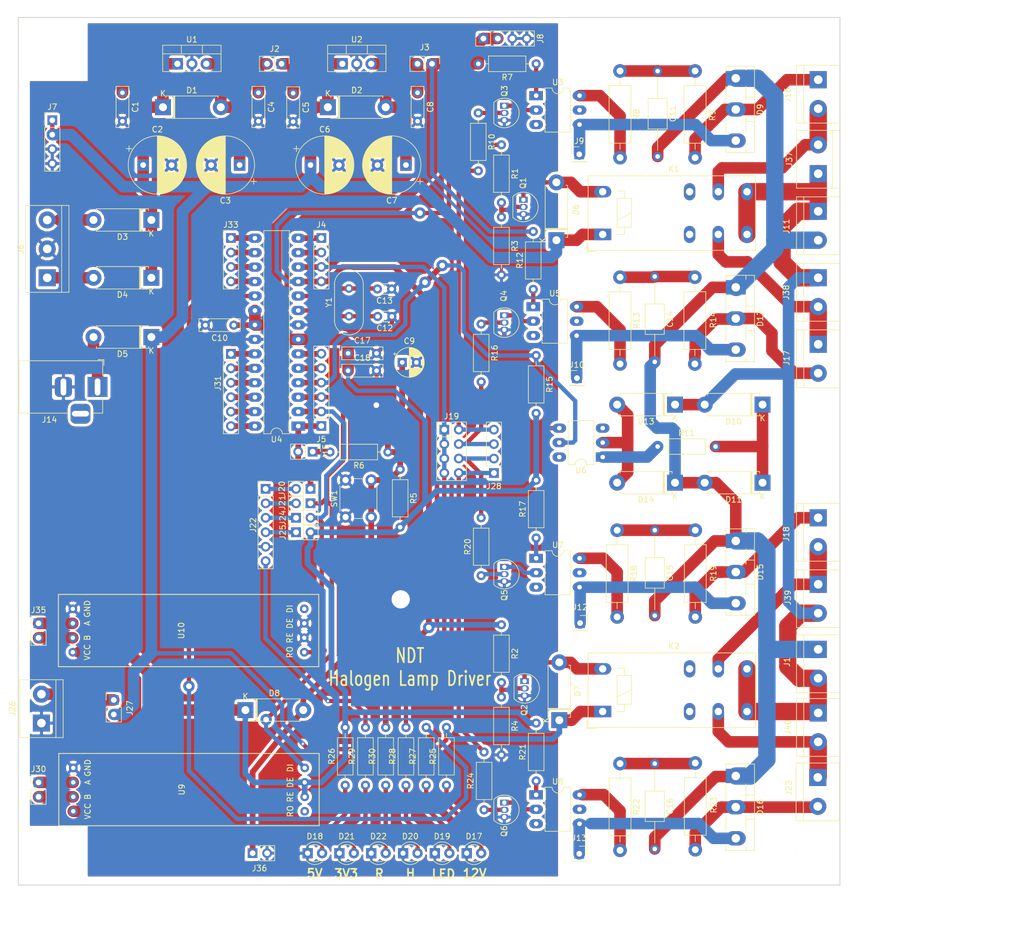
<source format=kicad_pcb>
(kicad_pcb (version 20240108) (generator "pcbnew") (generator_version "8.0")
  (layers (0 "F.Cu" signal) (31 "B.Cu" signal) (34 "B.Paste" user) (35 "F.Paste" user) (36 "B.SilkS" user "B.Silkscreen") (37 "F.SilkS" user "F.Silkscreen") (38 "B.Mask" user) (39 "F.Mask" user) (44 "Edge.Cuts" user))
  (net 0 "")
  (net 1 "GND")
  (net 2 "Net-(C1-Pad1)")
  (net 3 "Net-(C3-Pad1)")
  (net 4 "12V")
  (net 5 "Net-(C7-Pad1)")
  (net 6 "Net-(C9-Pad1)")
  (net 7 "5V")
  (net 8 "Net-(C11-Pad1)")
  (net 9 "GNDPWR")
  (net 10 "Net-(C12-Pad2)")
  (net 11 "Net-(C13-Pad2)")
  (net 12 "Net-(C14-Pad1)")
  (net 13 "Net-(C15-Pad1)")
  (net 14 "Net-(C16-Pad1)")
  (net 15 "Net-(D3-Pad2)")
  (net 16 "Net-(D4-Pad2)")
  (net 17 "Net-(D5-Pad2)")
  (net 18 "Net-(D6-Pad2)")
  (net 19 "Net-(D7-Pad2)")
  (net 20 "Net-(D9-Pad2)")
  (net 21 "Gate_1")
  (net 22 "Net-(D10-Pad1)")
  (net 23 "AC_IN")
  (net 24 "Gate_2")
  (net 25 "Net-(D12-Pad2)")
  (net 26 "Net-(D13-Pad2)")
  (net 27 "Gate_3")
  (net 28 "Net-(D15-Pad2)")
  (net 29 "Net-(D16-Pad2)")
  (net 30 "Gate_4")
  (net 31 "Net-(D17-Pad2)")
  (net 32 "Net-(D18-Pad2)")
  (net 33 "Net-(D19-Pad2)")
  (net 34 "Net-(D20-Pad2)")
  (net 35 "Net-(D21-Pad2)")
  (net 36 "Net-(D22-Pad2)")
  (net 37 "Net-(J15-Pad1)")
  (net 38 "Reset")
  (net 39 "Lamp_1")
  (net 40 "Lamp_2")
  (net 41 "Lamp_3")
  (net 42 "Net-(J20-Pad2)")
  (net 43 "TX")
  (net 44 "Net-(J21-Pad2)")
  (net 45 "3V3")
  (net 46 "Net-(J22-Pad4)")
  (net 47 "Net-(J22-Pad3)")
  (net 48 "Lamp_4")
  (net 49 "RX")
  (net 50 "Net-(J26-Pad2)")
  (net 51 "PC0")
  (net 52 "PC1")
  (net 53 "PC2")
  (net 54 "PC3")
  (net 55 "PC4")
  (net 56 "PC5")
  (net 57 "PB0")
  (net 58 "PB1")
  (net 59 "PB2")
  (net 60 "PB3")
  (net 61 "PB4")
  (net 62 "Net-(Q1-Pad2)")
  (net 63 "Net-(Q2-Pad2)")
  (net 64 "Net-(Q3-Pad2)")
  (net 65 "Net-(Q3-Pad1)")
  (net 66 "Net-(Q4-Pad1)")
  (net 67 "Net-(Q4-Pad2)")
  (net 68 "Net-(Q5-Pad1)")
  (net 69 "Net-(Q5-Pad2)")
  (net 70 "Net-(Q6-Pad1)")
  (net 71 "Net-(Q6-Pad2)")
  (net 72 "Relay_Drive")
  (net 73 "Net-(R7-Pad1)")
  (net 74 "Net-(R8-Pad2)")
  (net 75 "Net-(R11-Pad1)")
  (net 76 "Net-(R12-Pad1)")
  (net 77 "Net-(R13-Pad2)")
  (net 78 "INT")
  (net 79 "Net-(R17-Pad1)")
  (net 80 "Net-(R18-Pad2)")
  (net 81 "Net-(R21-Pad1)")
  (net 82 "Net-(R22-Pad2)")
  (net 83 "LED")
  (net 84 "Drive")
  (net 85 "Net-(U3-Pad5)")
  (net 86 "Net-(U3-Pad3)")
  (net 87 "Net-(U5-Pad5)")
  (net 88 "Net-(U5-Pad3)")
  (net 89 "Net-(U6-Pad6)")
  (net 90 "Net-(U6-Pad3)")
  (net 91 "Net-(U7-Pad3)")
  (net 92 "Net-(U7-Pad5)")
  (net 93 "Net-(U8-Pad5)")
  (net 94 "Net-(U8-Pad3)")
  (net 95 "Net-(J19-Pad2)")
  (net 96 "Net-(J19-Pad4)")
  (net 97 "Net-(J19-Pad6)")
  (net 98 "Net-(J19-Pad8)")
  (net 99 "Net-(J30-Pad1)")
  (net 100 "Net-(J30-Pad2)")
  (net 101 "Net-(J35-Pad2)")
  (net 102 "Net-(J35-Pad1)")
  (net 103 "Net-(U9-Pad4)")
  (net 104 "Net-(U10-Pad1)")
  (net 105 "Net-(K1-Pad22)")
  (net 106 "Net-(K1-Pad12)")
  (net 107 "Net-(K2-Pad12)")
  (net 108 "Net-(K2-Pad22)")
  (net 109 "PD7")
  (net 110 "PD3")
  (net 111 "PD4")
  (footprint "TerminalBlock:TerminalBlock_bornier-2_P5.08mm" (layer "F.Cu") (at 158.75 127.762 -90)
    (property "Reference" "J1")
    (property "Value" "Screw_Terminal_01x02")
  )
  (footprint "Relay_THT:Relay_DPDT_Schrack-RT2-FormC_RM5mm" (layer "F.Cu") (at 120.904 138.684)
    (property "Reference" "K2")
    (property "Value" "RT42xAxx")
  )
  (footprint "TerminalBlock:TerminalBlock_bornier-2_P5.08mm" (layer "F.Cu") (at 158.75 50.8 -90)
    (property "Reference" "J11")
    (property "Value" "Screw_Terminal_01x02")
  )
  (footprint "MountingHole:MountingHole_3.2mm_M3" (layer "F.Cu") (at 156.62148 21.92782)
    (property "Reference" "MH1")
    (property "Value" "MountingHole")
  )
  (footprint "Package_DIP:DIP-6_W7.62mm_LongPads" (layer "F.Cu") (at 120.904 93.98 180)
    (property "Reference" "U6")
    (property "Value" "4N25")
  )
  (footprint "Resistor_THT:R_Axial_DIN0207_L6.3mm_D2.5mm_P10.16mm_Horizontal" (layer "F.Cu") (at 109.22 150.876 90)
    (property "Reference" "R21")
    (property "Value" "R")
  )
  (footprint "Resistor_THT:R_Axial_DIN0207_L6.3mm_D2.5mm_P10.16mm_Horizontal" (layer "F.Cu") (at 109.22 108.204 90)
    (property "Reference" "R17")
    (property "Value" "R")
  )
  (footprint "Resistor_THT:R_Axial_DIN0207_L6.3mm_D2.5mm_P10.16mm_Horizontal" (layer "F.Cu") (at 108.712 64.516 90)
    (property "Reference" "R12")
    (property "Value" "R")
  )
  (footprint "Package_DIP:DIP-6_W7.62mm_LongPads" (layer "F.Cu") (at 109.22 153.31948)
    (property "Reference" "U8")
    (property "Value" "MOC3021M")
  )
  (footprint "Package_DIP:DIP-6_W7.62mm_LongPads" (layer "F.Cu") (at 109.22 111.76)
    (property "Reference" "U7")
    (property "Value" "MOC3021M")
  )
  (footprint "Package_DIP:DIP-6_W7.62mm_LongPads" (layer "F.Cu") (at 109.22 30.48)
    (property "Reference" "U3")
    (property "Value" "MOC3021M")
  )
  (footprint "Resistor_THT:R_Axial_DIN0411_L9.9mm_D3.6mm_P15.24mm_Horizontal" (layer "F.Cu") (at 123.952 26.14676 -90)
    (property "Reference" "R8")
    (property "Value" "R")
  )
  (footprint "TerminalBlock:TerminalBlock_bornier-2_P5.08mm" (layer "F.Cu") (at 158.75 27.686 -90)
    (property "Reference" "J16")
    (property "Value" "Screw_Terminal_01x02")
  )
  (footprint "Package_DIP:DIP-6_W7.62mm_LongPads" (layer "F.Cu") (at 108.712 67.564)
    (property "Reference" "U5")
    (property "Value" "MOC3021M")
  )
  (footprint "Connector_PinHeader_2.54mm:PinHeader_1x04_P2.54mm_Vertical" (layer "F.Cu") (at 101.80574 96.78162 180)
    (property "Reference" "J28")
    (property "Value" "Conn_01x05_Male")
  )
  (footprint "RS485-Module:RS485-Module" (layer "F.Cu") (at 48.26 152.4 -90)
    (property "Reference" "U9")
    (property "Value" "RS485-Module")
  )
  (footprint "RS485-Module:RS485-Module" (layer "F.Cu") (at 48.184999 124.46 -90)
    (property "Reference" "U10")
    (property "Value" "RS485-Module")
  )
  (footprint "MountingHole:MountingHole_3.2mm_M3" (layer "F.Cu") (at 24.23922 21.94306)
    (property "Reference" "MH3")
    (property "Value" "MountingHole")
  )
  (footprint "Capacitor_THT:C_Rect_L7.0mm_W2.0mm_P5.00mm" (layer "F.Cu") (at 56.134 70.8025 180)
    (property "Reference" "C10")
    (property "Value" "C")
  )
  (footprint "Capacitor_THT:C_Rect_L7.0mm_W2.0mm_P5.00mm" (layer "F.Cu") (at 76.2 78.8035)
    (property "Reference" "C18")
    (property "Value" "C")
  )
  (footprint "Diode_THT:D_5W_P10.16mm_Horizontal" (layer "F.Cu") (at 113.284 140.208 90)
    (property "Reference" "D7")
    (property "Value" "D")
  )
  (footprint "Diode_THT:D_5W_P10.16mm_Horizontal" (layer "F.Cu") (at 58.166 138.43)
    (property "Reference" "D8")
    (property "Value" "D")
  )
  (footprint "Diode_THT:D_5W_P10.16mm_Horizontal" (layer "F.Cu") (at 148.97608 84.76488 180)
    (property "Reference" "D10")
    (property "Value" "D")
  )
  (footprint "Diode_THT:D_5W_P10.16mm_Horizontal" (layer "F.Cu") (at 133.604 84.76488 180)
    (property "Reference" "D13")
    (property "Value" "D")
  )
  (footprint "LED_THT:LED_D3.0mm_Clear" (layer "F.Cu") (at 97.028 163.576)
    (property "Reference" "D17")
    (property "Value" "LED_ALT")
  )
  (footprint "LED_THT:LED_D3.0mm_Clear" (layer "F.Cu") (at 91.44 163.576)
    (property "Reference" "D19")
    (property "Value" "LED_ALT")
  )
  (footprint "LED_THT:LED_D3.0mm_Clear" (layer "F.Cu") (at 85.852 163.576)
    (property "Reference" "D20")
    (property "Value" "LED_ALT")
  )
  (footprint "LED_THT:LED_D3.0mm_Clear" (layer "F.Cu") (at 74.676 163.576)
    (property "Reference" "D21")
    (property "Value" "LED_ALT")
  )
  (footprint "LED_THT:LED_D3.0mm_Clear" (layer "F.Cu") (at 80.264 163.576)
    (property "Reference" "D22")
    (property "Value" "LED_ALT")
  )
  (footprint "Connector_PinHeader_2.54mm:PinHeader_1x02_P2.54mm_Vertical" (layer "F.Cu") (at 90.932 24.892 -90)
    (property "Reference" "J3")
    (property "Value" "Conn_01x02_Male")
  )
  (footprint "TerminalBlock:TerminalBlock_bornier-2_P5.08mm" (layer "F.Cu") (at 158.75 74.168 -90)
    (property "Reference" "J17")
    (property "Value" "Screw_Terminal_01x02")
  )
  (footprint "TerminalBlock:TerminalBlock_bornier-2_P5.08mm" (layer "F.Cu") (at 158.75 104.648 -90)
    (property "Reference" "J18")
    (property "Value" "Screw_Terminal_01x02")
  )
  (footprint "Connector_PinHeader_2.54mm:PinHeader_1x02_P2.54mm_Vertical" (layer "F.Cu") (at 69.596 99.568 -90)
    (property "Reference" "J20")
    (property "Value" "Conn_01x02_Male")
  )
  (footprint "TerminalBlock:TerminalBlock_bornier-2_P5.08mm" (layer "F.Cu") (at 158.6738 150.2664 -90)
    (property "Reference" "J23")
    (property "Value" "Screw_Terminal_01x02")
  )
  (footprint "Connector_PinHeader_2.54mm:PinHeader_1x02_P2.54mm_Vertical" (layer "F.Cu") (at 67.056 104.648 90)
    (property "Reference" "J24")
    (property "Value" "Conn_01x02_Male")
  )
  (footprint "Connector_PinHeader_2.54mm:PinHeader_1x02_P2.54mm_Vertical" (layer "F.Cu") (at 67.056 107.188 90)
    (property "Reference" "J25")
    (property "Value" "Conn_01x02_Male")
  )
  (footprint "Connector_PinHeader_2.54mm:PinHeader_1x02_P2.54mm_Vertical" (layer "F.Cu") (at 35.052 136.652)
    (property "Reference" "J27")
    (property "Value" "Conn_01x02_Male")
  )
  (footprint "Connector_PinHeader_2.54mm:PinHeader_1x02_P2.54mm_Vertical" (layer "F.Cu") (at 21.844 151.13)
    (property "Reference" "J30")
    (property "Value" "Conn_01x02_Male")
  )
  (footprint "Connector_PinHeader_2.54mm:PinHeader_1x06_P2.54mm_Vertical" (layer "F.Cu") (at 55.626 75.844722)
    (property "Reference" "J31")
    (property "Value" "Conn_01x06_Male")
  )
  (footprint "Connector_PinHeader_2.54mm:PinHeader_1x02_P2.54mm_Vertical" (layer "F.Cu") (at 21.844 123.19)
    (property "Reference" "J35")
    (property "Value" "Conn_01x02_Male")
  )
  (footprint "Package_TO_SOT_THT:TO-92_Inline" (layer "F.Cu") (at 107.188 133.35 -90)
    (property "Reference" "Q2")
    (property "Value" "BC548")
  )
  (footprint "Resistor_THT:R_Axial_DIN0207_L6.3mm_D2.5mm_P10.16mm_Horizontal" (layer "F.Cu") (at 103.124 39.116 -90)
    (property "Reference" "R1")
    (property "Value" "R")
  )
  (footprint "Resistor_THT:R_Axial_DIN0207_L6.3mm_D2.5mm_P10.16mm_Horizontal" (layer "F.Cu") (at 103.124 51.816 -90)
    (property "Reference" "R3")
    (property "Value" "R")
  )
  (footprint "Resistor_THT:R_Axial_DIN0207_L6.3mm_D2.5mm_P10.16mm_Horizontal" (layer "F.Cu") (at 103.124 136.144 -90)
    (property "Reference" "R4")
    (property "Value" "R")
  )
  (footprint "Resistor_THT:R_Axial_DIN0207_L6.3mm_D2.5mm_P10.16mm_Horizontal" (layer "F.Cu") (at 83.185 93.091 180)
    (property "Reference" "R6")
    (property "Value" "R")
  )
  (footprint "Resistor_THT:R_Axial_DIN0207_L6.3mm_D2.5mm_P10.16mm_Horizontal" (layer "F.Cu") (at 109.22 24.892 180)
    (property "Reference" "R7")
    (property "Value" "R")
  )
  (footprint "Resistor_THT:R_Axial_DIN0207_L6.3mm_D2.5mm_P10.16mm_Horizontal" (layer "F.Cu") (at 130.556 92.13088)
    (property "Reference" "R11")
    (property "Value" "R")
  )
  (footprint "Resistor_THT:R_Axial_DIN0207_L6.3mm_D2.5mm_P10.16mm_Horizontal" (layer "F.Cu") (at 109.22 76.1365 -90)
    (property "Reference" "R15")
    (property "Value" "R")
  )
  (footprint "Resistor_THT:R_Axial_DIN0207_L6.3mm_D2.5mm_P10.16mm_Horizontal" (layer "F.Cu") (at 93.472 151.638 90)
    (property "Reference" "R25")
    (property "Value" "R")
  )
  (footprint "Resistor_THT:R_Axial_DIN0207_L6.3mm_D2.5mm_P10.16mm_Horizontal" (layer "F.Cu") (at 75.692 151.638 90)
    (property "Reference" "R26")
    (property "Value" "R")
  )
  (footprint "Resistor_THT:R_Axial_DIN0207_L6.3mm_D2.5mm_P10.16mm_Horizontal" (layer "F.Cu") (at 89.916 151.638 90)
    (property "Reference" "R27")
    (property "Value" "R")
  )
  (footprint "Resistor_THT:R_Axial_DIN0207_L6.3mm_D2.5mm_P10.16mm_Horizontal" (layer "F.Cu") (at 79.248 151.638 90)
    (property "Reference" "R29")
    (property "Value" "R")
  )
  (footprint "Resistor_THT:R_Axial_DIN0207_L6.3mm_D2.5mm_P10.16mm_Horizontal" (layer "F.Cu") (at 82.804 151.638 90)
    (property "Reference" "R30")
    (property "Value" "R")
  )
  (footprint "Package_DIP:DIP-28_W7.62mm_LongPads" (layer "F.Cu") (at 67.451887 88.544722 180)
    (property "Reference" "U4")
    (property "Value" "ATmega328-AU")
  )
  (footprint "Diode_THT:D_5W_P10.16mm_Horizontal" (layer "F.Cu") (at 133.604 98.48088 180)
    (property "Reference" "D14")
    (property "Value" "D")
  )
  (footprint "Diode_THT:D_5W_P10.16mm_Horizontal" (layer "F.Cu") (at 148.97608 98.48088 180)
    (property "Reference" "D11")
    (property "Value" "D")
  )
  (footprint "Resistor_THT:R_Axial_DIN0207_L6.3mm_D2.5mm_P10.16mm_Horizontal" (layer "F.Cu") (at 86.36 151.638 90)
    (property "Reference" "R28")
    (property "Value" "R")
  )
  (footprint "TerminalBlock:TerminalBlock_bornier-2_P5.08mm" (layer "F.Cu") (at 22.352 140.716 90)
    (property "Reference" "J26")
    (property "Value" "Screw_Terminal_01x02")
  )
  (footprint "Resistor_THT:R_Axial_DIN0411_L9.9mm_D3.6mm_P15.24mm_Horizontal" (layer "F.Cu") (at 137.12952 41.38676 90)
    (property "Reference" "R9")
    (property "Value" "R")
  )
  (footprint "Resistor_THT:R_Axial_DIN0411_L9.9mm_D3.6mm_P15.24mm_Horizontal" (layer "F.Cu") (at 123.952 62.3824 -90)
    (property "Reference" "R13")
    (property "Value" "R")
  )
  (footprint "Resistor_THT:R_Axial_DIN0411_L9.9mm_D3.6mm_P15.24mm_Horizontal" (layer "F.Cu") (at 137.0838 77.6224 90)
    (property "Reference" "R14")
    (property "Value" "R")
  )
  (footprint "Resistor_THT:R_Axial_DIN0411_L9.9mm_D3.6mm_P15.24mm_Horizontal" (layer "F.Cu") (at 123.444 106.8324 -90)
    (property "Reference" "R18")
    (property "Value" "R")
  )
  (footprint "Resistor_THT:R_Axial_DIN0411_L9.9mm_D3.6mm_P15.24mm_Horizontal" (layer "F.Cu") (at 137.16 122.0724 90)
    (property "Reference" "R19")
    (property "Value" "R")
  )
  (footprint "Resistor_THT:R_Axial_DIN0411_L9.9mm_D3.6mm_P15.24mm_Horizontal" (layer "F.Cu") (at 123.952 147.828 -90)
    (property "Reference" "R22")
    (property "Value" "R")
  )
  (footprint "Resistor_THT:R_Axial_DIN0411_L9.9mm_D3.6mm_P15.24mm_Horizontal" (layer "F.Cu") (at 137.16 162.9664 90)
    (property "Reference" "R23")
    (property "Value" "R")
  )
  (footprint "Connector_PinHeader_2.54mm:PinHeader_1x02_P2.54mm_Vertical" (layer "F.Cu") (at 59.436 163.576 90)
    (property "Reference" "J36")
    (property "Value" "Conn_01x02_Male")
  )
  (footprint "Connector_PinHeader_2.54mm:PinHeader_1x06_P2.54mm_Vertical" (layer "F.Cu") (at 61.722 99.568)
    (property "Reference" "J22")
    (property "Value" "Conn_01x06_Male")
  )
  (footprint "MountingHole:MountingHole_3.2mm_M3" (layer "F.Cu") (at 156.58592 164.02304)
    (property "Reference" "MH2")
    (property "Value" "MountingHole")
  )
  (footprint "MountingHole:MountingHole_3.2mm_M3" (layer "F.Cu") (at 24.14524 164.06876)
    (property "Reference" "MH4")
    (property "Value" "MountingHole")
  )
  (footprint "Connector_PinHeader_2.54mm:PinHeader_1x02_P2.54mm_Vertical" (layer "F.Cu") (at 69.977 93.0275 -90)
    (property "Reference" "J15")
    (property "Value" "Conn_01x02_Male")
  )
  (footprint "MountingHole:MountingHole_3.2mm_M3" (layer "F.Cu") (at 85.43798 118.9736)
    (property "Reference" "MH5")
    (property "Value" "MountingHole")
  )
  (footprint "Resistor_THT:R_Axial_DIN0207_L6.3mm_D2.5mm_P10.16mm_Horizontal" (layer "F.Cu") (at 100.076 155.956 90)
    (property "Reference" "R24")
    (property "Value" "R")
  )
  (footprint "Package_TO_SOT_THT:TO-92_Inline" (layer "F.Cu") (at 103.632 113.284 -90)
    (property "Reference" "Q5")
    (property "Value" "BC548")
  )
  (footprint "Package_TO_SOT_THT:TO-92_Inline" (layer "F.Cu") (at 103.632 69.088 -90)
    (property "Reference" "Q4")
    (property "Value" "BC548")
  )
  (footprint "Capacitor_THT:C_Axial_L5.1mm_D3.1mm_P15.00mm_Horizontal" (layer "F.Cu") (at 130.048 62.2554 -90)
    (property "Reference" "C14")
    (property "Value" "C")
  )
  (footprint "Capacitor_THT:C_Axial_L5.1mm_D3.1mm_P15.00mm_Horizontal" (layer "F.Cu") (at 130.048 147.828 -90)
    (property "Reference" "C16")
    (property "Value" "C")
  )
  (footprint "Capacitor_THT:C_Axial_L5.1mm_D3.1mm_P15.00mm_Horizontal" (layer "F.Cu") (at 130.048 106.8324 -90)
    (property "Reference" "C15")
    (property "Value" "C")
  )
  (footprint "Package_TO_SOT_THT:TO-218-3_Vertical" (layer "F.Cu") (at 144.272 150.0124 -90)
    (property "Reference" "D16")
    (property "Value" "Q_TRIAC_A1A2G")
  )
  (footprint "Package_TO_SOT_THT:TO-218-3_Vertical" (layer "F.Cu") (at 144.272 108.712 -90)
    (property "Reference" "D15")
    (property "Value" "Q_TRIAC_A1A2G")
  )
  (footprint "Package_TO_SOT_THT:TO-92_Inline" (layer "F.Cu") (at 103.632 32.258 -90)
    (property "Reference" "Q3")
    (property "Value" "BC548")
  )
  (footprint "TerminalBlock:TerminalBlock_bornier-2_P5.08mm" (layer "F.Cu") (at 158.75 44.196 90)
    (property "Reference" "J37")
    (property "Value" "Screw_Terminal_01x02")
  )
  (footprint "TerminalBlock:TerminalBlock_bornier-2_P5.08mm" (layer "F.Cu") (at 158.75 62.484 -90)
    (property "Reference" "J38")
    (property "Value" "Screw_Terminal_01x02")
  )
  (footprint "TerminalBlock:TerminalBlock_bornier-2_P5.08mm" (layer "F.Cu") (at 158.75 116.332 -90)
    (property "Reference" "J39")
    (property "Value" "Screw_Terminal_01x02")
  )
  (footprint "TerminalBlock:TerminalBlock_bornier-2_P5.08mm" (layer "F.Cu") (at 158.75 138.938 -90)
    (property "Reference" "J40")
    (property "Value" "Screw_Terminal_01x02")
  )
  (footprint "Package_TO_SOT_THT:TO-92_Inline" (layer "F.Cu") (at 103.632 154.686 -90)
    (property "Reference" "Q6")
    (property "Value" "BC548")
  )
  (footprint "Resistor_THT:R_Axial_DIN0207_L6.3mm_D2.5mm_P10.16mm_Horizontal" (layer "F.Cu") (at 99.568 114.808 90)
    (property "Reference" "R20")
    (property "Value" "R")
  )
  (footprint "Resistor_THT:R_Axial_DIN0207_L6.3mm_D2.5mm_P10.16mm_Horizontal" (layer "F.Cu") (at 99.568 70.612 -90)
    (property "Reference" "R16")
    (property "Value" "R")
  )
  (footprint "Package_TO_SOT_THT:TO-218-3_Vertical" (layer "F.Cu") (at 144.272 64.1604 -90)
    (property "Reference" "D12")
    (property "Value" "Q_TRIAC_A1A2G")
  )
  (footprint "Resistor_THT:R_Axial_DIN0207_L6.3mm_D2.5mm_P10.16mm_Horizontal" (layer "F.Cu") (at 99.06 33.528 -90)
    (property "Reference" "R10")
    (property "Value" "R")
  )
  (footprint "Connector_PinHeader_2.54mm:PinHeader_2x04_P2.54mm_Vertical" (layer "F.Cu") (at 93.091 89.154)
    (property "Reference" "J19")
    (property "Value" "Conn_02x04_Row_Letter_First")
  )
  (footprint "Relay_THT:Relay_DPDT_Schrack-RT2-FormC_RM5mm" (layer "F.Cu") (at 120.904 54.864)
    (property "Reference" "K1")
    (property "Value" "RT42xAxx")
  )
  (footprint "Package_TO_SOT_THT:TO-218-3_Vertical" (layer "F.Cu") (at 144.272 27.432 -90)
    (property "Reference" "D9")
    (property "Value" "Q_TRIAC_A1A2G")
  )
  (footprint "Capacitor_THT:C_Axial_L5.1mm_D3.1mm_P15.00mm_Horizontal" (layer "F.Cu") (at 130.556 26.17216 -90)
    (property "Reference" "C11")
    (property "Value" "C")
  )
  (footprint "Button_Switch_THT:SW_PUSH_6mm_H5mm" (layer "F.Cu") (at 75.7555 104.521 90)
    (property "Reference" "SW1")
    (property "Value" "SW_Push")
  )
  (footprint "Connector_PinHeader_2.54mm:PinHeader_1x04_P2.54mm_Vertical" (layer "F.Cu") (at 55.626 55.499)
    (property "Reference" "J33")
    (property "Value" "Conn_01x05_Male")
  )
  (footprint "Capacitor_THT:C_Rect_L7.0mm_W2.0mm_P5.00mm" (layer "F.Cu") (at 76.2 75.7555)
    (property "Reference" "C17")
    (property "Value" "C")
  )
  (footprint "Connector_PinHeader_2.54mm:PinHeader_1x04_P2.54mm_Vertical" (layer "F.Cu") (at 71.501 55.499)
    (property "Reference" "J4")
    (property "Value" "Conn_01x05_Male")
  )
  (footprint "Connector_PinHeader_2.54mm:PinHeader_1x06_P2.54mm_Vertical" (layer "F.Cu") (at 71.501 88.519 180)
    (property "Reference" "J5")
    (property "Value" "Conn_01x06_Male")
  )
  (footprint "Connector_PinHeader_2.54mm:PinHeader_1x04_P2.54mm_Vertical" (layer "F.Cu") (at 24.257 34.798)
    (property "Reference" "J7")
    (property "Value" "Conn_01x05_Male")
  )
  (footprint "Connector_PinHeader_2.54mm:PinHeader_1x04_P2.54mm_Vertical" (layer "F.Cu") (at 99.949 20.447 90)
    (property "Reference" "J8")
    (property "Value" "Conn_01x05_Male")
  )
  (footprint "Connector_PinHeader_2.54mm:PinHeader_1x01_P2.54mm_Vertical" (layer "F.Cu") (at 116.7892 40.7924)
    (property "Reference" "J9")
    (property "Value" "Conn_01x01_Male")
  )
  (footprint "Connector_PinHeader_2.54mm:PinHeader_1x01_P2.54mm_Vertical" (layer "F.Cu") (at 116.3828 80.1116)
    (property "Reference" "J10")
    (property "Value" "Conn_01x01_Male")
  )
  (footprint "Connector_PinSocket_2.54mm:PinSocket_1x01_P2.54mm_Vertical" (layer "F.Cu") (at 116.9416 123.1392)
    (property "Reference" "J12")
    (property "Value" "Conn_01x01_Male")
  )
  (footprint "Connector_PinSocket_2.54mm:PinSocket_1x01_P2.54mm_Vertical" (layer "F.Cu") (at 116.7892 163.6776)
    (property "Reference" "J13")
    (property "Value" "Conn_01x01_Male")
  )
  (footprint "Resistor_THT:R_Axial_DIN0207_L6.3mm_D2.5mm_P10.16mm_Horizontal" (layer "F.Cu") (at 85.344 96.139 -90)
    (property "Reference" "R5")
    (property "Value" "R")
  )
  (footprint "Resistor_THT:R_Axial_DIN0207_L6.3mm_D2.5mm_P10.16mm_Horizontal" (layer "F.Cu") (at 103.124 123.444 -90)
    (property "Reference" "R2")
    (property "Value" "R")
  )
  (footprint "Capacitor_THT:C_Rect_L7.0mm_W2.0mm_P5.00mm" (layer "F.Cu") (at 36.576 29.972 -90)
    (property "Reference" "C1")
    (property "Value" "C")
  )
  (footprint "Capacitor_THT:CP_Radial_D10.0mm_P5.00mm" (layer "F.Cu") (at 57.15 42.672 180)
    (property "Reference" "C3")
    (property "Value" "CP")
  )
  (footprint "Capacitor_THT:C_Rect_L7.0mm_W2.0mm_P5.00mm" (layer "F.Cu") (at 60.452 29.972 -90)
    (property "Reference" "C4")
    (property "Value" "C")
  )
  (footprint "Capacitor_THT:C_Rect_L7.0mm_W2.0mm_P5.00mm" (layer "F.Cu") (at 66.548 30.052 -90)
    (property "Reference" "C5")
    (property "Value" "C")
  )
  (footprint "Capacitor_THT:CP_Radial_D10.0mm_P5.00mm" (layer "F.Cu") (at 69.596 42.672)
    (property "Reference" "C6")
    (property "Value" "CP")
  )
  (footprint "Capacitor_THT:CP_Radial_D10.0mm_P5.00mm" (layer "F.Cu") (at 86.36 42.672 180)
    (property "Reference" "C7")
    (property "Value" "CP")
  )
  (footprint "Capacitor_THT:C_Rect_L7.0mm_W2.0mm_P5.00mm" (layer "F.Cu") (at 88.392 29.972 -90)
    (property "Reference" "C8")
    (property "Value" "C")
  )
  (footprint "Diode_THT:D_5W_P10.16mm_Horizontal" (layer "F.Cu") (at 43.688 32.512)
    (property "Reference" "D1")
    (property "Value" "D")
  )
  (footprint "Diode_THT:D_5W_P10.16mm_Horizontal" (layer "F.Cu") (at 41.656 52.324 180)
    (property "Reference" "D3")
    (property "Value" "D")
  )
  (footprint "Diode_THT:D_5W_P10.16mm_Horizontal" (layer "F.Cu") (at 72.644 32.512)
    (property "Reference" "D2")
    (property "Value" "D")
  )
  (footprint "Capacitor_THT:CP_Radial_D10.0mm_P5.00mm" (layer "F.Cu") (at 40.212 42.672)
    (property "Reference" "C2")
    (property "Value" "CP")
  )
  (footprint "Diode_THT:D_5W_P10.16mm_Horizontal" (layer "F.Cu") (at 41.656 72.898 180)
    (property "Reference" "D5")
    (property "Value" "D")
  )
  (footprint "Diode_THT:D_5W_P10.16mm_Horizontal" (layer "F.Cu") (at 41.656 62.484 180)
    (property "Reference" "D4")
    (property "Value" "D")
  )
  (footprint "Connector_PinHeader_2.54mm:PinHeader_1x02_P2.54mm_Vertical" (layer "F.Cu") (at 64.516 24.892 -90)
    (property "Reference" "J2")
    (property "Value" "Conn_01x02_Male")
  )
  (footprint "Connector_BarrelJack:BarrelJack_Horizontal" (layer "F.Cu") (at 32.21 81.66)
    (property "Reference" "J14")
    (property "Value" "Jack-DC")
  )
  (footprint "TerminalBlock:TerminalBlock_bornier-3_P5.08mm" (layer "F.Cu") (at 23.368 62.484 90)
    (property "Reference" "J6")
    (property "Value" "Screw_Terminal_01x03")
  )
  (footprint "Package_TO_SOT_THT:TO-220-3_Vertical" (layer "F.Cu") (at 75.184 24.892)
    (property "Reference" "U2")
    (property "Value" "L7805")
  )
  (footprint "Package_TO_SOT_THT:TO-220-3_Vertical" (layer "F.Cu") (at 46.228 24.892)
    (property "Reference" "U1")
    (property "Value" "L7812")
  )
  (footprint "LED_THT:LED_D3.0mm_Clear" (layer "F.Cu") (at 69.088 163.576)
    (property "Reference" "D18")
    (property "Value" "LED_ALT")
  )
  (footprint "Diode_THT:D_5W_P10.16mm_Horizontal" (layer "F.Cu") (at 112.776 55.88 90)
    (property "Reference" "D6")
    (property "Value" "D")
  )
  (footprint "Package_TO_SOT_THT:TO-92_Inline" (layer "F.Cu") (at 106.97972 48.768 -90)
    (property "Reference" "Q1")
    (property "Value" "BC548")
  )
  (footprint "Crystal:Crystal_HC49-4H_Vertical" (layer "F.Cu") (at 76.341887 69.240722 90)
    (property "Reference" "Y1")
    (property "Value" "Crystal")
  )
  (footprint "Capacitor_THT:C_Disc_D3.0mm_W1.6mm_P2.50mm" (layer "F.Cu") (at 83.8435 64.4525 180)
    (property "Reference" "C13")
    (property "Value" "C")
  )
  (footprint "Capacitor_THT:C_Disc_D3.0mm_W1.6mm_P2.50mm" (layer "F.Cu") (at 83.8835 69.2785 180)
    (property "Reference" "C12")
    (property "Value" "C")
  )
  (footprint "Connector_PinHeader_2.54mm:PinHeader_1x02_P2.54mm_Vertical" (layer "F.Cu") (at 69.596 102.108 -90)
    (property "Reference" "J21")
    (property "Value" "Conn_01x02_Male")
  )
  (footprint "Capacitor_THT:CP_Radial_D5.0mm_P2.50mm" (layer "F.Cu") (at 85.6996 77.343)
    (property "Reference" "C9")
    (property "Value" "CP")
  )
  (gr_line (start 67.77228 167.94734) (end 67.7926 167.9702) (stroke (width 0.2)) (layer "F.SilkS"))
  (gr_line (start 18.288 16.764) (end 162.56 16.764) (stroke (width 0.15)) (layer "Edge.Cuts"))
  (gr_line (start 162.56 16.764) (end 162.56 169.164) (stroke (width 0.15)) (layer "Edge.Cuts"))
  (gr_line (start 162.56 169.164) (end 18.288 169.164) (stroke (width 0.15)) (layer "Edge.Cuts"))
  (gr_line (start 18.288 169.164) (end 18.288 16.764) (stroke (width 0.15)) (layer "Edge.Cuts"))
  (gr_text "3V3" (at 75.85456 167.14216 0) (layer "F.SilkS") (effects (font (size 1.5 1.5) (thickness 0.3))))
  (gr_text "5V" (at 70.34022 167.11422 0) (layer "F.SilkS") (effects (font (size 1.5 1.5) (thickness 0.3))))
  (gr_text "NDT\nHalogen Lamp Driver" (at 87.05088 130.87858 0) (layer "F.SilkS") (effects (font (size 2.5 1.8) (thickness 0.3))))
  (gr_text "12V" (at 98.41992 167.11168 0) (layer "F.SilkS") (effects (font (size 1.5 1.5) (thickness 0.3))))
  (gr_text "LED\n" (at 92.94876 167.2082 0) (layer "F.SilkS") (effects (font (size 1.5 1.5) (thickness 0.3))))
  (gr_text "R" (at 81.6737 167.1574 0) (layer "F.SilkS") (effects (font (size 1.5 1.5) (thickness 0.3))))
  (gr_text "H" (at 87.15756 167.1193 0) (layer "F.SilkS") (effects (font (size 1.5 1.5) (thickness 0.3))))
  (segment (start 103.632 71.628) (end 103.632 86.7283) (width 0.762) (layer "F.Cu") (net 1))
  (segment (start 83.8835 69.2785) (end 83.8835 73.072) (width 0.762) (layer "F.Cu") (net 1))
  (segment (start 103.632 86.7283) (end 105.8037 88.9) (width 0.762) (layer "F.Cu") (net 1))
  (segment (start 81.2 78.8035) (end 81.2 84.8144) (width 0.762) (layer "F.Cu") (net 1))
  (segment (start 105.8037 88.9) (end 113.284 88.9) (width 0.762) (layer "F.Cu") (net 1))
  (segment (start 81.2 84.8144) (end 81.15808 84.85632) (width 0.762) (layer "F.Cu") (net 1))
  (segment (start 83.8835 73.072) (end 81.2 75.7555) (width 0.762) (layer "F.Cu") (net 1))
  (via (at 81.15808 84.85632) (size 2) (drill 1) (layers "F.Cu" "B.Cu") (net 1))
  (segment (start 41.656 48.0695) (end 41.656 52.324) (width 2.032) (layer "F.Cu") (net 2))
  (segment (start 43.688 30.35) (end 43.688 24.892) (width 2.032) (layer "F.Cu") (net 2))
  (segment (start 40.212 33.702) (end 40.212 42.672) (width 2.032) (layer "F.Cu") (net 2))
  (segment (start 41.656 62.484) (end 41.656 52.324) (width 2.032) (layer "F.Cu") (net 2))
  (segment (start 40.212 46.6255) (end 41.656 48.0695) (width 2.032) (layer "F.Cu") (net 2))
  (segment (start 43.688 24.892) (end 44.5135 24.892) (width 2.032) (layer "F.Cu") (net 2))
  (segment (start 40.212 42.672) (end 40.212 46.6255) (width 2.032) (layer "F.Cu") (net 2))
  (segment (start 41.402 32.512) (end 40.212 33.702) (width 2.032) (layer "F.Cu") (net 2))
  (segment (start 43.688 32.512) (end 43.688 30.35) (width 2.032) (layer "F.Cu") (net 2))
  (segment (start 44.5135 24.892) (end 46.228 24.892) (width 2.032) (layer "F.Cu") (net 2))
  (segment (start 36.576 29.972) (end 36.576 24.892) (width 2.032) (layer "F.Cu") (net 2))
  (segment (start 43.688 32.512) (end 41.402 32.512) (width 2.032) (layer "F.Cu") (net 2))
  (segment (start 36.576 24.892) (end 43.688 24.892) (width 2.032) (layer "F.Cu") (net 2))
  (segment (start 53.848 24.892) (end 60.452 24.892) (width 2.032) (layer "F.Cu") (net 3))
  (segment (start 51.308 24.892) (end 53.848 24.892) (width 2.032) (layer "F.Cu") (net 3))
  (segment (start 53.848 32.512) (end 53.848 30.532102) (width 2.032) (layer "F.Cu") (net 3))
  (segment (start 60.452 29.972) (end 60.452 24.892) (width 2.032) (layer "F.Cu") (net 3))
  (segment (start 60.452 24.892) (end 61.976 24.892) (width 2.032) (layer "F.Cu") (net 3))
  (segment (start 57.15 33.274) (end 57.15 42.672) (width 2.032) (layer "F.Cu") (net 3))
  (segment (start 53.848 32.512) (end 56.388 32.512) (width 2.032) (layer "F.Cu") (net 3))
  (segment (start 56.388 32.512) (end 57.15 33.274) (width 2.032) (layer "F.Cu") (net 3))
  (segment (start 53.848 30.532102) (end 53.848 24.892) (width 2.032) (layer "F.Cu") (net 3))
  (segment (start 68.23964 144.35328) (end 69.17944 145.29308) (width 0.762) (layer "F.Cu") (net 4))
  (segment (start 112.776 55.88) (end 116.332 55.88) (width 2.032) (layer "F.Cu") (net 4))
  (segment (start 66.548 28.92063) (end 66.548 24.892) (width 2.032) (layer "F.Cu") (net 4))
  (segment (start 72.644 32.512) (end 72.644 24.892) (width 2.032) (layer "F.Cu") (net 4))
  (segment (start 69.596 33.398) (end 70.482 32.512) (width 2.032) (layer "F.Cu") (net 4))
  (segment (start 70.482 32.512) (end 72.644 32.512) (width 2.032) (layer "F.Cu") (net 4))
  (segment (start 66.294 24.892) (end 66.548 24.892) (width 2.032) (layer "F.Cu") (net 4))
  (segment (start 69.596 42.672) (end 69.596 33.398) (width 2.032) (layer "F.Cu") (net 4))
  (segment (start 113.284 140.208) (end 115.446 140.208) (width 2.032) (layer "F.Cu") (net 4))
  (segment (start 69.17944 145.29308) (end 91.7956 145.3134) (width 0.762) (layer "F.Cu") (net 4))
  (segment (start 115.446 140.208) (end 116.97 138.684) (width 2.032) (layer "F.Cu") (net 4))
  (segment (start 117.348 54.864) (end 120.904 54.864) (width 2.032) (layer "F.Cu") (net 4))
  (segment (start 72.644 24.892) (end 75.184 24.892) (width 2.032) (layer "F.Cu") (net 4))
  (segment (start 116.332 55.88) (end 117.348 54.864) (width 2.032) (layer "F.Cu") (net 4))
  (segment (start 116.97 138.684) (end 120.904 138.684) (width 2.032) (layer "F.Cu") (net 4))
  (segment (start 24.257 34.798) (end 24.257 37.338) (width 0.762) (layer "F.Cu") (net 4))
  (segment (start 93.46184 143.637) (end 93.472 141.478) (width 0.762) (layer "F.Cu") (net 4))
  (segment (start 66.548 24.892) (end 72.644 24.892) (width 2.032) (layer "F.Cu") (net 4))
  (segment (start 66.548 30.052) (end 66.548 28.92063) (width 2.032) (layer "F.Cu") (net 4))
  (segment (start 64.516 24.892) (end 66.294 24.892) (width 2.032) (layer "F.Cu") (net 4))
  (segment (start 91.7956 145.3134) (end 93.46184 143.637) (width 0.762) (layer "F.Cu") (net 4))
  (via (at 68.23964 144.35328) (size 0.8) (drill 0.4) (layers "F.Cu" "B.Cu") (net 4))
  (segment (start 113.284 140.208) (end 113.284 142.37) (width 1.016) (layer "B.Cu") (net 4))
  (segment (start 24.257 37.338) (end 27.559 37.338) (width 2.032) (layer "B.Cu") (net 4))
  (segment (start 71.501 46.482) (end 89.027 46.482) (width 2.032) (layer "B.Cu") (net 4))
  (segment (start 67.818 46.482) (end 69.596 44.704) (width 2.032) (layer "B.Cu") (net 4))
  (segment (start 89.027 46.482) (end 101.473 58.928) (width 2.032) (layer "B.Cu") (net 4))
  (segment (start 64.62268 137.414) (end 64.62268 140.73632) (width 0.762) (layer "B.Cu") (net 4))
  (segment (start 93.472 142.367) (end 93.472 141.478) (width 1.016) (layer "B.Cu") (net 4))
  (segment (start 111.89 58.928) (end 112.776 58.042) (width 2.032) (layer "B.Cu") (net 4))
  (segment (start 47.117 69.599) (end 47.117 50.8) (width 2.032) (layer "B.Cu") (net 4))
  (segment (start 112.144 143.51) (end 94.615 143.51) (width 1.016) (layer "B.Cu") (net 4))
  (segment (start 27.559 37.338) (end 36.703 46.482) (width 2.032) (layer "B.Cu") (net 4))
  (segment (start 69.596 42.672) (end 69.596 44.577) (width 2.032) (layer "B.Cu") (net 4))
  (segment (start 41.656 128.4605) (end 55.66918 128.4605) (width 0.762) (layer "B.Cu") (net 4))
  (segment (start 41.656 72.898) (end 43.818 72.898) (width 2.032) (layer "B.Cu") (net 4))
  (segment (start 36.703 46.482) (end 51.435 46.482) (width 2.032) (layer "B.Cu") (net 4))
  (segment (start 47.117 50.8) (end 51.435 46.482) (width 2.032) (layer "B.Cu") (net 4))
  (segment (start 55.66918 128.4605) (end 64.62268 137.414) (width 0.762) (layer "B.Cu") (net 4))
  (segment (start 113.284 142.37) (end 112.144 143.51) (width 1.016) (layer "B.Cu") (net 4))
  (segment (start 51.435 46.482) (end 67.818 46.482) (width 2.032) (layer "B.Cu") (net 4))
  (segment (start 69.596 44.577) (end 71.501 46.482) (width 2.032) (layer "B.Cu") (net 4))
  (segment (start 41.656 72.898) (end 41.656 128.4605) (width 2.032) (layer "B.Cu") (net 4))
  (segment (start 38.5445 137.4775) (end 36.83 139.192) (width 2.032) (layer "B.Cu") (net 4))
  (segment (start 94.615 143.51) (end 93.472 142.367) (width 1.016) (layer "B.Cu") (net 4))
  (segment (start 69.596 44.704) (end 69.596 42.672) (width 0.762) (layer "B.Cu") (net 4))
  (segment (start 112.776 58.042) (end 112.776 55.88) (width 2.032) (layer "B.Cu") (net 4))
  (segment (start 38.5445 131.572) (end 38.5445 137.4775) (width 2.032) (layer "B.Cu") (net 4))
  (segment (start 36.83 139.192) (end 35.052 139.192) (width 2.032) (layer "B.Cu") (net 4))
  (segment (start 64.62268 140.73632) (end 68.23964 144.35328) (width 0.762) (layer "B.Cu") (net 4))
  (segment (start 101.473 58.928) (end 111.89 58.928) (width 2.032) (layer "B.Cu") (net 4))
  (segment (start 43.818 72.898) (end 47.117 69.599) (width 2.032) (layer "B.Cu") (net 4))
  (segment (start 41.656 128.4605) (end 38.5445 131.572) (width 2.032) (layer "B.Cu") (net 4))
  (segment (start 82.804 32.512) (end 82.804 30.532102) (width 2.032) (layer "F.Cu") (net 5))
  (segment (start 80.264 24.892) (end 82.804 24.892) (width 2.032) (layer "F.Cu") (net 5))
  (segment (start 84.783898 32.512) (end 86.36 34.088102) (width 2.032) (layer "F.Cu") (net 5))
  (segment (start 82.804 24.892) (end 88.392 24.892) (width 2.032) (layer "F.Cu") (net 5))
  (segment (start 86.36 34.088102) (end 86.36 42.672) (width 2.032) (layer "F.Cu") (net 5))
  (segment (start 88.392 24.892) (end 88.392 29.972) (width 2.032) (layer "F.Cu") (net 5))
  (segment (start 82.804 30.532102) (end 82.804 24.892) (width 2.032) (layer "F.Cu") (net 5))
  (segment (start 87.884 25.4) (end 88.392 24.892) (width 0.762) (layer "F.Cu") (net 5))
  (segment (start 82.804 32.512) (end 84.783898 32.512) (width 2.032) (layer "F.Cu") (net 5))
  (segment (start 83.462 98.021) (end 85.344 96.139) (width 1.016) (layer "F.Cu") (net 6))
  (segment (start 68.326 136.4488) (end 68.326 138.43) (width 1.016) (layer "F.Cu") (net 6))
  (segment (start 83.185 87.4522) (end 85.6996 84.9376) (width 1.016) (layer "F.Cu") (net 6))
  (segment (start 85.6996 84.9376) (end 85.6996 77.343) (width 1.016) (layer "F.Cu") (net 6))
  (segment (start 80.2555 98.021) (end 83.462 98.021) (width 1.016) (layer "F.Cu") (net 6))
  (segment (start 85.344 94.107) (end 85.344 96.139) (width 1.016) (layer "F.Cu") (net 6))
  (segment (start 83.185 93.091) (end 84.328 93.091) (width 1.016) (layer "F.Cu") (net 6))
  (segment (start 68.326 138.43) (end 64.516 143.002) (width 1.016) (layer "F.Cu") (net 6))
  (segment (start 59.436 161.964) (end 59.436 163.576) (width 1.016) (layer "F.Cu") (net 6))
  (segment (start 64.516 143.002) (end 59.436 149.299898) (width 1.016) (layer "F.Cu") (net 6))
  (segment (start 83.185 93.091) (end 83.185 87.4522) (width 1.016) (layer "F.Cu") (net 6))
  (segment (start 59.436 149.299898) (end 59.436 161.964) (width 1.016) (layer "F.Cu") (net 6))
  (segment (start 80.2555 104.521) (end 80.2555 124.5193) (width 1.016) (layer "F.Cu") (net 6))
  (segment (start 80.2555 124.5193) (end 68.326 136.4488) (width 1.016) (layer "F.Cu") (net 6))
  (segment (start 84.328 93.091) (end 85.344 94.107) (width 1.016) (layer "F.Cu") (net 6))
  (segment (start 80.2555 98.021) (end 80.2555 104.521) (width 1.016) (layer "F.Cu") (net 6))
  (segment (start 67.451887 73.304722) (end 75.209722 73.304722) (width 2.032) (layer "F.Cu") (net 7))
  (segment (start 84.88426 49.69002) (end 67.60464 49.69002) (width 2.032) (layer "F.Cu") (net 7))
  (segment (start 92.544 24.892) (end 93.091 24.892) (width 0.762) (layer "F.Cu") (net 7))
  (segment (start 56.134 70.8025) (end 59.794109 70.8025) (width 1.016) (layer "F.Cu") (net 7))
  (segment (start 62.001722 70.764722) (end 63.5 72.263) (width 2.032) (layer "F.Cu") (net 7))
  (segment (start 41.4655 138.43) (end 41.402 138.4935) (width 0.762) (layer "F.Cu") (net 7))
  (segment (start 41.402 153.035) (end 41.402 138.4935) (width 2.032) (layer "F.Cu") (net 7))
  (segment (start 38.227 156.21) (end 41.402 153.035) (width 2.032) (layer "F.Cu") (net 7))
  (segment (start 59.831887 70.764722) (end 59.831887 68.224722) (width 2.032) (layer "F.Cu") (net 7))
  (segment (start 102.489 20.447) (end 99.949 20.447) (width 2.032) (layer "F.Cu") (net 7))
  (segment (start 41.402 138.4935) (end 41.402 132.08) (width 2.032) (layer "F.Cu") (net 7))
  (segment (start 27.94 156.21) (end 38.227 156.21) (width 2.032) (layer "F.Cu") (net 7))
  (segment (start 64.541722 73.304722) (end 67.451887 73.304722) (width 2.032) (layer "F.Cu") (net 7))
  (segment (start 99.06 24.892) (end 99.06 21.336) (width 2.032) (layer "F.Cu") (net 7))
  (segment (start 59.794109 70.8025) (end 59.831887 70.764722) (width 0.762) (layer "F.Cu") (net 7))
  (segment (start 90.932 43.64228) (end 84.88426 49.69002) (width 2.032) (layer "F.Cu") (net 7))
  (segment (start 93.091 24.892) (end 99.06 24.892) (width 2.032) (layer "F.Cu") (net 7))
  (segment (start 75.209722 73.304722) (end 76.2 74.295) (width 2.032) (layer "F.Cu") (net 7))
  (segment (start 90.932 24.892) (end 90.932 43.64228) (width 2.032) (layer "F.Cu") (net 7))
  (segment (start 63.5 53.79466) (end 63.5 72.263) (width 2.032) (layer "F.Cu") (net 7))
  (segment (start 76.2 74.295) (end 76.2 75.7555) (width 2.032) (layer "F.Cu") (net 7))
  (segment (start 28.942629 128.27) (end 27.864999 128.27) (width 0.762) (layer "F.Cu") (net 7))
  (segment (start 37.592 128.27) (end 28.942629 128.27) (width 2.032) (layer "F.Cu") (net 7))
  (segment (start 59.831887 70.764722) (end 62.001722 70.764722) (width 2.032) (layer "F.Cu") (net 7))
  (segment (start 63.5 72.263) (end 64.541722 73.304722) (width 2.032) (layer "F.Cu") (net 7))
  (segment (start 90.932 24.892) (end 92.544 24.892) (width 2.032) (layer "F.Cu") (net 7))
  (segment (start 41.402 132.08) (end 37.592 128.27) (width 2.032) (layer "F.Cu") (net 7))
  (segment (start 99.06 21.336) (end 99.949 20.447) (width 2.032) (layer "F.Cu") (net 7))
  (segment (start 58.166 138.43) (end 41.4655 138.43) (width 2.032) (layer "F.Cu") (net 7))
  (segment (start 76.2 75.7555) (end 76.2 78.8035) (width 2.032) (layer "F.Cu") (net 7))
  (segment (start 67.60464 49.69002) (end 63.5 53.79466) (width 2.032) (layer "F.Cu") (net 7))
  (segment (start 58.166 138.43) (end 58.166 149.606) (width 1.016) (layer "B.Cu") (net 7))
  (segment (start 101.092 54.356) (end 108.712 54.356) (width 0.762) (layer "B.Cu") (net 7))
  (segment (start 69.088 109.982) (end 69.088 112.708081) (width 1.016) (layer "B.Cu") (net 7))
  (segment (start 106.172 138.811) (end 108.077 140.716) (width 1.016) (layer "B.Cu") (net 7))
  (segment (start 69.596 109.474) (end 69.088 109.982) (width 1.016) (layer "B.Cu") (net 7))
  (segment (start 89.7382 87.63) (end 89.7382 101.9048) (width 1.016) (layer "B.Cu") (net 7))
  (segment (start 109.22 140.716) (end 108.077 140.716) (width 1.016) (layer "B.Cu") (net 7))
  (segment (start 75.692 141.478) (end 75.692 146.939) (width 1.016) (layer "B.Cu") (net 7))
  (segment (start 84.4296 82.3214) (end 89.7382 87.63) (width 0.762) (layer "B.Cu") (net 7))
  (segment (start 68.58 151.13) (end 68.58 153.67) (width 1.016) (layer "B.Cu") (net 7))
  (segment (start 77.7494 82.3214) (end 84.4296 82.3214) (width 0.762) (layer "B.Cu") (net 7))
  (segment (start 76.2 78.8035) (end 76.2 80.772) (width 0.762) (layer "B.Cu") (net 7))
  (segment (start 69.596 107.188) (end 69.596 109.474) (width 1.016) (layer "B.Cu") (net 7))
  (segment (start 58.166 149.606) (end 59.69 151.13) (width 1.016) (layer "B.Cu") (net 7))
  (segment (start 89.5096 102.1334) (end 85.344 106.299) (width 1.016) (layer "B.Cu") (net 7))
  (segment (start 69.088 112.708081) (end 73.279 116.899081) (width 1.016) (layer "B.Cu") (net 7))
  (segment (start 90.932 24.892) (end 90.932 44.196) (width 0.762) (layer "B.Cu") (net 7))
  (segment (start 84.455 107.188) (end 85.344 106.299) (width 1.016) (layer "B.Cu") (net 7))
  (segment (start 73.279 116.899081) (end 73.279 132.715) (width 1.016) (layer "B.Cu") (net 7))
  (segment (start 109.22 86.2965) (end 109.22 98.044) (width 1.016) (layer "B.Cu") (net 7))
  (segment (start 75.692 138.811) (end 106.172 138.811) (width 1.016) (layer "B.Cu") (net 7))
  (segment (start 73.279 132.715) (end 75.692 135.128) (width 1.016) (layer "B.Cu") (net 7))
  (segment (start 90.932 44.196) (end 101.092 54.356) (width 0.762) (layer "B.Cu") (net 7))
  (segment (start 59.69 151.13) (end 68.58 151.13) (width 1.016) (layer "B.Cu") (net 7))
  (segment (start 107.3658 99.8982) (end 91.7448 99.8982) (width 1.016) (layer "B.Cu") (net 7))
  (segment (start 89.7382 101.9048) (end 89.5096 102.1334) (width 0.762) (layer "B.Cu") (net 7))
  (segment (start 71.501 151.13) (end 68.58 151.13) (width 1.016) (layer "B.Cu") (net 7))
  (segment (start 69.596 107.188) (end 84.455 107.188) (width 1.016) (layer "B.Cu") (net 7))
  (segment (start 75.692 138.811) (end 75.692 141.478) (width 1.016) (layer "B.Cu") (net 7))
  (segment (start 75.692 135.128) (end 75.692 138.811) (width 1.016) (layer "B.Cu") (net 7))
  (segment (start 109.22 98.044) (end 107.3658 99.8982) (width 1.016) (layer "B.Cu") (net 7))
  (segment (start 75.692 146.939) (end 71.501 151.13) (width 1.016) (layer "B.Cu") (net 7))
  (segment (start 91.7448 99.8982) (end 89.5096 102.1334) (width 1.016) (layer "B.Cu") (net 7))
  (segment (start 76.2 80.772) (end 77.7494 82.3214) (width 0.762) (layer "B.Cu") (net 7))
  (segment (start 123.952 26.14676) (end 130.5306 26.14676) (width 2.032) (layer "F.Cu") (net 8))
  (segment (start 137.10412 26.17216) (end 137.12952 26.14676) (width 2.032) (layer "F.Cu") (net 8))
  (segment (start 130.5306 26.14676) (end 130.556 26.17216) (width 2.032) (layer "F.Cu") (net 8))
  (segment (start 130.556 26.17216) (end 137.10412 26.17216) (width 2.032) (layer "F.Cu") (net 8))
  (segment (start 144.1704 150.114) (end 144.272 150.0124) (width 2.032) (layer "F.Cu") (net 9))
  (segment (start 138.81608 98.48088) (end 140.795978 98.48088) (width 2.032) (layer "F.Cu") (net 9))
  (segment (start 130.048 77.2554) (end 130.048 74.295) (width 2.032) (layer "F.Cu") (net 9))
  (segment (start 140.1826 64.1604) (end 144.272 64.1604) (width 2.032) (layer "F.Cu") (net 9))
  (segment (start 130.048 162.828) (end 130.048 160.782) (width 2.032) (layer "F.Cu") (net 9))
  (segment (start 130.048 74.295) (end 140.1826 64.1604) (width 2.032) (layer "F.Cu") (net 9))
  (segment (start 140.795978 98.48088) (end 144.272 101.956902) (width 2.032) (layer "F.Cu") (net 9))
  (segment (start 130.556 41.17216) (end 130.556 39.624) (width 2.032) (layer "F.Cu") (net 9))
  (segment (start 130.048 119.253) (end 140.589 108.712) (width 2.032) (layer "F.Cu") (net 9))
  (segment (start 144.272 101.956902) (end 144.272 108.712) (width 2.032) (layer "F.Cu") (net 9))
  (segment (start 144.272 27.432) (end 142.748 27.432) (width 2.032) (layer "F.Cu") (net 9))
  (segment (start 130.048 121.8324) (end 130.048 119.253) (width 2.032) (layer "F.Cu") (net 9))
  (segment (start 133.604 98.48088) (end 138.81608 98.48088) (width 2.032) (layer "F.Cu") (net 9))
  (segment (start 130.048 160.782) (end 140.716 150.114) (width 2.032) (layer "F.Cu") (net 9))
  (segment (start 140.589 108.712) (end 144.272 108.712) (width 2.032) (layer "F.Cu") (net 9))
  (segment (start 140.716 150.114) (end 144.1704 150.114) (width 2.032) (layer "F.Cu") (net 9))
  (segment (start 142.748 27.432) (end 130.556 39.624) (width 2.032) (layer "F.Cu") (net 9))
  (segment (start 158.75 127.762) (end 151.384 127.762) (width 3.048) (layer "B.Cu") (net 9))
  (segment (start 144.272 27.432) (end 148.054 27.432) (width 3.048) (layer "B.Cu") (net 9))
  (segment (start 144.38884 64.1604) (end 151.13 57.41924) (width 3.048) (layer "B.Cu") (net 9))
  (segment (start 133.096 88.9) (end 133.604 89.408) (width 2.032) (layer "B.Cu") (net 9))
  (segment (start 130.429 88.9) (end 133.096 88.9) (width 2.032) (layer "B.Cu") (net 9))
  (segment (start 129.248001 87.719001) (end 130.429 88.9) (width 2.032) (layer "B.Cu") (net 9))
  (segment (start 149.507 110.137) (end 149.733 110.363) (width 2.032) (layer "B.Cu") (net 9))
  (segment (start 151.384 127.762) (end 149.733 127.762) (width 2.032) (layer "B.Cu") (net 9))
  (segment (start 148.054 27.432) (end 151.13 30.508) (width 3.048) (layer "B.Cu") (net 9))
  (segment (start 130.048 77.2554) (end 129.248001 78.055399) (width 2.032) (layer "B.Cu") (net 9))
  (segment (start 149.733 147.1168) (end 146.8374 150.0124) (width 3.048) (layer "B.Cu") (net 9))
  (segment (start 149.479 110.137) (end 149.507 110.137) (width 2.032) (layer "B.Cu") (net 9))
  (segment (start 149.733 127.762) (end 149.733 147.1168) (width 3.048) (layer "B.Cu") (net 9))
  (segment (start 151.13 57.41924) (end 151.13 55.88) (width 3.048) (layer "B.Cu") (net 9))
  (segment (start 144.272 64.1604) (end 144.38884 64.1604) (width 3.048) (layer "B.Cu") (net 9))
  (segment (start 146.8374 150.0124) (end 144.272 150.0124) (width 3.048) (layer "B.Cu") (net 9))
  (segment (start 144.272 108.712) (end 148.054 108.712) (width 3.048) (layer "B.Cu") (net 9))
  (segment (start 158.75 55.88) (end 151.13 55.88) (width 3.048) (layer "B.Cu") (net 9))
  (segment (start 148.054 108.712) (end 149.479 110.137) (width 3.048) (layer "B.Cu") (net 9))
  (segment (start 133.604 89.408) (end 133.604 98.48088) (width 2.032) (layer "B.Cu") (net 9))
  (segment (start 151.13 30.508) (end 151.13 55.88) (width 3.048) (layer "B.Cu") (net 9))
  (segment (start 129.248001 78.055399) (end 129.248001 87.719001) (width 2.032) (layer "B.Cu") (net 9))
  (segment (start 149.733 110.363) (end 149.733 127.762) (width 3.048) (layer "B.Cu") (net 9))
  (segment (start 72.364278 69.240722) (end 76.341887 69.240722) (width 0.762) (layer "F.Cu") (net 10))
  (segment (start 71.348278 68.224722) (end 72.364278 69.240722) (width 0.762) (layer "F.Cu") (net 10))
  (segment (start 81.345722 69.240722) (end 81.3835 69.2785) (width 0.762) (layer "F.Cu") (net 10))
  (segment (start 67.451887 68.224722) (end 71.348278 68.224722) (width 0.762) (layer "F.Cu") (net 10))
  (segment (start 76.341887 69.240722) (end 81.345722 69.240722) (width 0.762) (layer "F.Cu") (net 10))
  (segment (start 81.357778 69.304222) (end 81.3835 69.2785) (width 0.762) (layer "F.Cu") (net 10))
  (segment (start 75.281227 64.360722) (end 76.341887 64.360722) (width 0.762) (layer "F.Cu") (net 11))
  (segment (start 71.538778 65.684722) (end 72.862778 64.360722) (width 0.762) (layer "F.Cu") (net 11))
  (segment (start 81.251722 64.360722) (end 81.3435 64.4525) (width 0.762) (layer "F.Cu") (net 11))
  (segment (start 67.451887 65.684722) (end 71.538778 65.684722) (width 0.762) (layer "F.Cu") (net 11))
  (segment (start 76.341887 64.360722) (end 81.251722 64.360722) (width 0.762) (layer "F.Cu") (net 11))
  (segment (start 72.862778 64.360722) (end 75.281227 64.360722) (width 0.762) (layer "F.Cu") (net 11))
  (segment (start 81.315222 64.424222) (end 81.3435 64.4525) (width 0.762) (layer "F.Cu") (net 11))
  (segment (start 129.921 62.3824) (end 130.048 62.2554) (width 2.032) (layer "F.Cu") (net 12))
  (segment (start 136.9568 62.2554) (end 137.0838 62.3824) (width 2.032) (layer "F.Cu") (net 12))
  (segment (start 130.048 62.2554) (end 136.9568 62.2554) (width 2.032) (layer "F.Cu") (net 12))
  (segment (start 123.952 62.3824) (end 129.921 62.3824) (width 2.032) (layer "F.Cu") (net 12))
  (segment (start 123.444 106.8324) (end 130.048 106.8324) (width 2.032) (layer "F.Cu") (net 13))
  (segment (start 130.048 106.8324) (end 137.16 106.8324) (width 2.032) (layer "F.Cu") (net 13))
  (segment (start 137.0584 147.828) (end 137.16 147.7264) (width 2.032) (layer "F.Cu") (net 14))
  (segment (start 130.048 147.828) (end 137.0584 147.828) (width 2.032) (layer "F.Cu") (net 14))
  (segment (start 123.952 147.828) (end 130.048 147.828) (width 2.032) (layer "F.Cu") (net 14))
  (segment (start 25.48932 52.324) (end 31.496 52.324) (width 2.032) (layer "F.Cu") (net 15))
  (segment (start 23.368 52.324) (end 25.48932 52.324) (width 0.762) (layer "F.Cu") (net 15))
  (segment (start 23.368 62.484) (end 31.496 62.484) (width 2.032) (layer "F.Cu") (net 16))
  (segment (start 32.21 77.422) (end 31.496 76.708) (width 2.032) (layer "F.Cu") (net 17))
  (segment (start 31.496 76.708) (end 31.496 72.898) (width 2.032) (layer "F.Cu") (net 17))
  (segment (start 32.21 81.66) (end 32.21 77.422) (width 2.032) (layer "F.Cu") (net 17))
  (segment (start 115.316 45.72) (end 116.96 47.364) (width 2.032) (layer "F.Cu") (net 18))
  (segment (start 116.96 47.364) (end 118.642 47.364) (width 2.032) (layer "F.Cu") (net 18))
  (segment (start 118.642 47.364) (end 120.904 47.364) (width 2.032) (layer "F.Cu") (net 18))
  (segment (start 106.97972 47.481) (end 108.74072 45.72) (width 0.762) (layer "F.Cu") (net 18))
  (segment (start 108.74072 45.72) (end 112.776 45.72) (width 0.762) (layer "F.Cu") (net 18))
  (segment (start 106.97972 48.768) (end 106.97972 47.481) (width 0.762) (layer "F.Cu") (net 18))
  (segment (start 112.776 45.72) (end 115.316 45.72) (width 2.032) (layer "F.Cu") (net 18))
  (segment (start 107.188 133.35) (end 107.188 130.81) (width 0.762) (layer "F.Cu") (net 19))
  (segment (start 113.284 130.048) (end 115.263898 130.048) (width 2.032) (layer "F.Cu") (net 19))
  (segment (start 107.95 130.048) (end 113.284 130.048) (width 0.762) (layer "F.Cu") (net 19))
  (segment (start 107.188 130.81) (end 107.95 130.048) (width 0.762) (layer "F.Cu") (net 19))
  (segment (start 116.406898 131.191) (end 116.413898 131.184) (width 2.032) (layer "F.Cu") (net 19))
  (segment (start 115.263898 130.048) (end 116.406898 131.191) (width 2.032) (layer "F.Cu") (net 19))
  (segment (start 116.413898 131.184) (end 120.904 131.184) (width 2.032) (layer "F.Cu") (net 19))
  (segment (start 137.12952 41.38676) (end 137.12952 38.13048) (width 2.032) (layer "F.Cu") (net 20))
  (segment (start 153.275 27.686) (end 158.75 27.686) (width 2.032) (layer "F.Cu") (net 20))
  (segment (start 144.272 32.907) (end 148.054 32.907) (width 2.032) (layer "F.Cu") (net 20))
  (segment (start 142.353 32.907) (end 144.272 32.907) (width 2.032) (layer "F.Cu") (net 20))
  (segment (start 148.054 32.907) (end 153.275 27.686) (width 2.032) (layer "F.Cu") (net 20))
  (segment (start 137.12952 38.13048) (end 142.353 32.907) (width 2.032) (layer "F.Cu") (net 20))
  (segment (start 139.982 38.382) (end 144.272 38.382) (width 2.032) (layer "B.Cu") (net 21))
  (segment (start 137.16 35.56) (end 139.982 38.382) (width 2.032) (layer "B.Cu") (net 21))
  (segment (start 116.84 40.7416) (end 116.7892 40.7924) (width 0.762) (layer "B.Cu") (net 21))
  (segment (start 116.84 35.56) (end 116.84 40.7416) (width 2.032) (layer "B.Cu") (net 21))
  (segment (start 116.84 35.56) (end 137.16 35.56) (width 2.032) (layer "B.Cu") (net 21))
  (segment (start 140.716 92.13088) (end 148.9202 92.13088) (width 2.032) (layer "F.Cu") (net 22))
  (segment (start 148.97608 92.075) (end 148.97608 98.48088) (width 2.032) (layer "F.Cu") (net 22))
  (segment (start 148.9202 92.13088) (end 148.97608 92.075) (width 2.032) (layer "F.Cu") (net 22))
  (segment (start 148.97608 84.76488) (end 148.97608 92.075) (width 2.032) (layer "F.Cu") (net 22))
  (segment (start 158.75 121.412) (end 155.702 121.412) (width 3.048) (layer "F.Cu") (net 23))
  (segment (start 155.702 121.412) (end 153.416 123.698) (width 3.048) (layer "F.Cu") (net 23))
  (segment (start 146.244 131.184) (end 146.244 138.684) (width 3.048) (layer "F.Cu") (net 23))
  (segment (start 155.448 132.842) (end 158.75 132.842) (width 3.048) (layer "F.Cu") (net 23))
  (segment (start 152.4 57.15) (end 152.4 59.69) (width 3.048) (layer "F.Cu") (net 23))
  (segment (start 158.75 132.842) (end 158.75 138.938) (width 3.048) (layer "F.Cu") (net 23))
  (segment (start 146.244 47.364) (end 158.376 47.364) (width 3.048) (layer "F.Cu") (net 23))
  (segment (start 158.75 50.8) (end 155.218 50.8) (width 3.048) (layer "F.Cu") (net 23))
  (segment (start 158.496 138.684) (end 158.75 138.938) (width 2.032) (layer "F.Cu") (net 23))
  (segment (start 155.194 62.484) (end 158.75 62.484) (width 3.048) (layer "F.Cu") (net 23))
  (segment (start 152.4 53.618) (end 152.4 57.15) (width 3.048) (layer "F.Cu") (net 23))
  (segment (start 158.75 44.196) (end 158.75 46.99) (width 3.048) (layer "F.Cu") (net 23))
  (segment (start 153.416 130.81) (end 155.448 132.842) (width 3.048) (layer "F.Cu") (net 23))
  (segment (start 146.244 138.684) (end 158.496 138.684) (width 3.048) (layer "F.Cu") (net 23))
  (segment (start 155.218 50.8) (end 152.4 53.618) (width 3.048) (layer "F.Cu") (net 23))
  (segment (start 133.604 84.76488) (end 138.81608 84.76488) (width 2.032) (layer "F.Cu") (net 23))
  (segment (start 152.4 59.69) (end 155.194 62.484) (width 3.048) (layer "F.Cu") (net 23))
  (segment (start 153.416 123.698) (end 153.416 130.81) (width 3.048) (layer "F.Cu") (net 23))
  (segment (start 158.376 47.364) (end 158.75 46.99) (width 2.032) (layer "F.Cu") (net 23))
  (segment (start 146.244 47.364) (end 146.244 54.864) (width 3.048) (layer "F.Cu") (net 23))
  (segment (start 158.75 46.99) (end 158.75 50.8) (width 3.048) (layer "F.Cu") (net 23))
  (segment (start 153.543 79.375) (end 153.543 116.205) (width 2.032) (layer "B.Cu") (net 23))
  (segment (start 158.75 62.484) (end 155.218 62.484) (width 2.032) (layer "B.Cu") (net 23))
  (segment (start 155.218 62.484) (end 153.543 64.159) (width 2.032) (layer "B.Cu") (net 23))
  (segment (start 153.543 119.38) (end 153.543 116.205) (width 2.032) (layer "B.Cu") (net 23))
  (segment (start 144.20596 79.375) (end 138.81608 84.76488) (width 2.032) (layer "B.Cu") (net 23))
  (segment (start 153.543 79.375) (end 144.20596 79.375) (width 2.032) (layer "B.Cu") (net 23))
  (segment (start 158.75 121.412) (end 155.575 121.412) (width 2.032) (layer "B.Cu") (net 23))
  (segment (start 155.575 121.412) (end 153.543 119.38) (width 2.032) (layer "B.Cu") (net 23))
  (segment (start 153.543 64.159) (end 153.543 79.375) (width 2.032) (layer "B.Cu") (net 23))
  (segment (start 116.332 72.644) (end 116.332 80.0608) (width 2.032) (layer "B.Cu") (net 24))
  (segment (start 139.8169 75.1104) (end 144.272 75.1104) (width 2.032) (layer "B.Cu") (net 24))
  (segment (start 137.3505 72.644) (end 139.8169 75.1104) (width 2.032) (layer "B.Cu") (net 24))
  (segment (start 116.332 72.644) (end 137.3505 72.644) (width 2.032) (layer "B.Cu") (net 24))
  (segment (start 116.332 80.0608) (end 116.3828 80.1116) (width 0.762) (layer "B.Cu") (net 24))
  (segment (start 137.0838 77.6224) (end 137.0838 75.925344) (width 2.032) (layer "F.Cu") (net 25))
  (segment (start 137.0838 75.925344) (end 137.16 75.849144) (width 2.032) (layer "F.Cu") (net 25))
  (segment (start 144.1844 69.723) (end 144.272 69.6354) (width 2.032) (layer "F.Cu") (net 25))
  (segment (start 148.054 69.6354) (end 150.622 72.2034) (width 2.032) (layer "F.Cu") (net 25))
  (segment (start 140.716 69.723) (end 144.1844 69.723) (width 2.032) (layer "F.Cu") (net 25))
  (segment (start 150.622 75.311) (end 154.559 79.248) (width 2.032) (layer "F.Cu") (net 25))
  (segment (start 137.16 73.279) (end 140.716 69.723) (width 2.032) (layer "F.Cu") (net 25))
  (segment (start 144.272 69.6354) (end 148.054 69.6354) (width 2.032) (layer "F.Cu") (net 25))
  (segment (start 137.16 75.849144) (end 137.16 73.279) (width 2.032) (layer "F.Cu") (net 25))
  (segment (start 150.622 72.2034) (end 150.622 75.311) (width 2.032) (layer "F.Cu") (net 25))
  (segment (start 154.559 79.248) (end 158.75 79.248) (width 2.032) (layer "F.Cu") (net 25))
  (segment (start 125.1585 91.44) (end 125.2855 91.313) (width 2.032) (layer "F.Cu") (net 26))
  (segment (start 125.2855 86.60638) (end 125.2855 91.313) (width 2.032) (layer "F.Cu") (net 26))
  (segment (start 125.2855 96.63938) (end 123.444 98.48088) (width 2.032) (layer "F.Cu") (net 26))
  (segment (start 123.444 84.76488) (end 125.2855 86.60638) (width 2.032) (layer "F.Cu") (net 26))
  (segment (start 125.2855 91.313) (end 125.2855 96.63938) (width 2.032) (layer "F.Cu") (net 26))
  (segment (start 120.904 91.44) (end 125.1585 91.44) (width 2.032) (layer "F.Cu") (net 26))
  (segment (start 137.2235 116.84) (end 140.0455 119.662) (width 2.032) (layer "B.Cu") (net 27))
  (segment (start 116.9416 123.1392) (end 116.9416 116.9416) (width 2.032) (layer "B.Cu") (net 27))
  (segment (start 116.9416 116.9416) (end 116.84 116.84) (width 0.762) (layer "B.Cu") (net 27))
  (segment (start 140.0455 119.662) (end 144.272 119.662) (width 2.032) (layer "B.Cu") (net 27))
  (segment (start 116.84 116.84) (end 137.2235 116.84) (width 2.032) (layer "B.Cu") (net 27))
  (segment (start 155.218 104.648) (end 158.75 104.648) (width 2.032) (layer "F.Cu") (net 28))
  (segment (start 141.718 114.187) (end 141.464 114.187) (width 2.032) (layer "F.Cu") (net 28))
  (segment (start 144.272 114.187) (end 141.718 114.187) (width 2.032) (layer "F.Cu") (net 28))
  (segment (start 144.272 114.187) (end 145.679 114.187) (width 2.032) (layer "F.Cu") (net 28))
  (segment (start 137.16 117.729) (end 137.16 122.0724) (width 2.032) (layer "F.Cu") (net 28))
  (segment (start 140.702 114.187) (end 137.16 117.729) (width 2.032) (layer "F.Cu") (net 28))
  (segment (start 141.718 114.187) (end 140.702 114.187) (width 2.032) (layer "F.Cu") (net 28))
  (segment (start 145.679 114.187) (end 155.218 104.648) (width 2.032) (layer "F.Cu") (net 28))
  (segment (start 141.6926 155.4874) (end 137.16 160.02) (width 2.032) (layer "F.Cu") (net 29))
  (segment (start 144.272 155.4874) (end 158.5328 155.4874) (width 2.032) (layer "F.Cu") (net 29))
  (segment (start 137.16 160.02) (end 137.16 162.9664) (width 2.032) (layer "F.Cu") (net 29))
  (segment (start 158.5328 155.4874) (end 158.6738 155.3464) (width 2.032) (layer "F.Cu") (net 29))
  (segment (start 144.272 155.4874) (end 141.6926 155.4874) (width 2.032) (layer "F.Cu") (net 29))
  (segment (start 116.84 158.39948) (end 118.802 158.39948) (width 0.762) (layer "B.Cu") (net 30))
  (segment (start 118.83248 158.369) (end 137.795 158.369) (width 2.032) (layer "B.Cu") (net 30))
  (segment (start 116.7892 163.6776) (end 116.7892 158.45028) (width 2.032) (layer "B.Cu") (net 30))
  (segment (start 116.7892 158.45028) (end 116.84 158.39948) (width 0.762) (layer "B.Cu") (net 30))
  (segment (start 140.3884 160.9624) (end 144.272 160.9624) (width 2.032) (layer "B.Cu") (net 30))
  (segment (start 137.795 158.369) (end 140.3884 160.9624) (width 2.032) (layer "B.Cu") (net 30))
  (segment (start 118.802 158.39948) (end 118.83248 158.369) (width 0.762) (layer "B.Cu") (net 30))
  (segment (start 93.472 151.638) (end 93.472 154.813) (width 0.762) (layer "F.Cu") (net 31))
  (segment (start 99.568 160.909) (end 99.568 163.576) (width 0.762) (layer "F.Cu") (net 31))
  (segment (start 93.472 154.813) (end 99.568 160.909) (width 0.762) (layer "F.Cu") (net 31))
  (segment (start 71.628 160.782) (end 75.692 156.718) (width 0.762) (layer "F.Cu") (net 32))
  (segment (start 75.692 156.718) (end 75.692 151.638) (width 0.762) (layer "F.Cu") (net 32))
  (segment (start 71.628 163.576) (end 71.628 160.782) (width 0.762) (layer "F.Cu") (net 32))
  (segment (start 89.916 151.638) (end 89.916 155.6385) (width 0.762) (layer "F.Cu") (net 33))
  (segment (start 93.98 159.7025) (end 93.98 163.576) (width 0.762) (layer "F.Cu") (net 33))
  (segment (start 89.916 155.6385) (end 93.98 159.7025) (width 0.762) (layer "F.Cu") (net 33))
  (segment (start 88.392 159.766) (end 88.392 163.576) (width 0.762) (layer "F.Cu") (net 34))
  (segment (start 86.36 151.638) (end 86.36 157.734) (width 0.762) (layer "F.Cu") (net 34))
  (segment (start 86.36 157.734) (end 88.392 159.766) (width 0.762) (layer "F.Cu") (net 34))
  (segment (start 77.216 163.576) (end 77.216 160.2105) (width 0.762) (layer "F.Cu") (net 35))
  (segment (start 77.216 160.2105) (end 79.248 158.1785) (width 0.762) (layer "F.Cu") (net 35))
  (segment (start 79.248 158.1785) (end 79.248 151.638) (width 0.762) (layer "F.Cu") (net 35))
  (segment (start 82.804 151.638) (end 82.804 152.76937) (width 0.762) (layer "F.Cu") (net 36))
  (segment (start 82.804 152.76937) (end 82.804 163.576) (width 0.762) (layer "F.Cu") (net 36))
  (segment (start 72.9615 93.0275) (end 73.025 93.091) (width 0.762) (layer "F.Cu") (net 37))
  (segment (start 69.977 93.0275) (end 72.9615 93.0275) (width 1.016) (layer "F.Cu") (net 37))
  (segment (start 71.475278 88.544722) (end 71.501 88.519) (width 0.762) (layer "F.Cu") (net 38))
  (segment (start 67.437 93.0275) (end 67.437 94.6404) (width 1.016) (layer "F.Cu") (net 38))
  (segment (start 67.437 94.6404) (end 69.596 96.7994) (width 1.016) (layer "F.Cu") (net 38))
  (segment (start 67.451887 88.544722) (end 67.451887 93.012613) (width 1.016) (layer "F.Cu") (net 38))
  (segment (start 67.451887 88.544722) (end 71.475278 88.544722) (width 1.016) (layer "F.Cu") (net 38))
  (segment (start 69.596 96.7994) (end 69.596 99.568) (width 1.016) (layer "F.Cu") (net 38))
  (segment (start 67.451887 93.012613) (end 67.437 93.0275) (width 0.762) (layer "F.Cu") (net 38))
  (segment (start 141.204 47.364) (end 141.204 43.832) (width 2.032) (layer "F.Cu") (net 39))
  (segment (start 152.4 43.18) (end 156.464 39.116) (width 2.032) (layer "F.Cu") (net 39))
  (segment (start 156.464 39.116) (end 158.75 39.116) (width 2.032) (layer "F.Cu") (net 39))
  (segment (start 141.204 43.832) (end 141.856 43.18) (width 2.032) (layer "F.Cu") (net 39))
  (segment (start 141.856 43.18) (end 152.4 43.18) (width 2.032) (layer "F.Cu") (net 39))
  (segment (start 158.75 32.766) (end 158.75 39.116) (width 3.048) (layer "F.Cu") (net 39))
  (segment (start 141.204 58.396) (end 141.204 54.864) (width 2.032) (layer "F.Cu") (net 40))
  (segment (start 146.3167 59.69) (end 142.498 59.69) (width 2.032) (layer "F.Cu") (net 40))
  (segment (start 154.20086 67.564) (end 146.32178 59.68492) (width 2.032) (layer "F.Cu") (net 40))
  (segment (start 146.32178 59.68492) (end 146.3167 59.69) (width 2.032) (layer "F.Cu") (net 40))
  (segment (start 158.75 67.564) (end 154.20086 67.564) (width 2.032) (layer "F.Cu") (net 40))
  (segment (start 142.498 59.69) (end 141.204 58.396) (width 2.032) (layer "F.Cu") (net 40))
  (segment (start 158.75 67.564) (end 158.75 74.168) (width 3.048) (layer "F.Cu") (net 40))
  (segment (start 141.204 129.48888) (end 154.36088 116.332) (width 2.032) (layer "F.Cu") (net 41))
  (segment (start 158.75 109.728) (end 158.75 116.332) (width 3.048) (layer "F.Cu") (net 41))
  (segment (start 141.204 131.184) (end 141.204 129.48888) (width 2.032) (layer "F.Cu") (net 41))
  (segment (start 154.36088 116.332) (end 155.218 116.332) (width 2.032) (layer "F.Cu") (net 41))
  (segment (start 158.75 116.332) (end 155.218 116.332) (width 2.032) (layer "F.Cu") (net 41))
  (segment (start 61.722 99.568) (end 67.056 99.568) (width 0.762) (layer "B.Cu") (net 42))
  (segment (start 73.32726 128.57988) (end 61.80582 140.10132) (width 0.762) (layer "F.Cu") (net 43))
  (segment (start 72.703081 83.439) (end 75.311 86.046919) (width 0.762) (layer "F.Cu") (net 43))
  (segment (start 72.517 101.092) (end 71.501 102.108) (width 0.762) (layer "F.Cu") (net 43))
  (segment (start 75.311 94.5896) (end 72.517 97.3836) (width 0.762) (layer "F.Cu") (net 43))
  (segment (start 67.451887 83.464722) (end 71.475278 83.464722) (width 1.016) (layer "F.Cu") (net 43))
  (segment (start 73.32726 102.50424) (end 73.32726 128.57988) (width 0.762) (layer "F.Cu") (net 43))
  (segment (start 71.501 102.108) (end 69.596 102.108) (width 0.762) (layer "F.Cu") (net 43))
  (segment (start 75.311 86.046919) (end 75.311 94.5896) (width 0.762) (layer "F.Cu") (net 43))
  (segment (start 72.517 101.69398) (end 73.32726 102.50424) (width 0.762) (layer "F.Cu") (net 43))
  (segment (start 71.475278 83.464722) (end 71.501 83.439) (width 0.762) (layer "F.Cu") (net 43))
  (segment (start 71.501 83.439) (end 72.703081 83.439) (width 0.762) (layer "F.Cu") (net 43))
  (segment (start 72.517 97.3836) (end 72.517 101.092) (width 0.762) (layer "F.Cu") (net 43))
  (segment (start 72.517 101.092) (end 72.517 101.69398) (width 0.762) (layer "F.Cu") (net 43))
  (via (at 61.80582 140.10132) (size 2) (drill 1) (layers "F.Cu" "B.Cu") (net 43))
  (segment (start 61.80582 140.10132) (end 61.80582 141.81582) (width 0.762) (layer "B.Cu") (net 43))
  (segment (start 61.80582 141.81582) (end 68.58 148.59) (width 0.762) (layer "B.Cu") (net 43))
  (segment (start 61.722 102.108) (end 67.056 102.108) (width 0.762) (layer "B.Cu") (net 44))
  (segment (start 79.248 139.16152) (end 79.248 141.478) (width 0.762) (layer "F.Cu") (net 45))
  (segment (start 76.92136 136.83488) (end 79.248 139.16152) (width 0.762) (layer "F.Cu") (net 45))
  (segment (start 72.65416 136.83488) (end 76.92136 136.83488) (width 0.762) (layer "F.Cu") (net 45))
  (via (at 72.65416 136.83488) (size 0.8) (drill 0.4) (layers "F.Cu" "B.Cu") (net 45))
  (segment (start 61.70168 113.490401) (end 61.70168 125.84684) (width 0.762) (layer "B.Cu") (net 45))
  (segment (start 61.722 113.470081) (end 61.70168 113.490401) (width 0.762) (layer "B.Cu") (net 45))
  (segment (start 61.70168 125.84684) (end 72.65416 136.79932) (width 0.762) (layer "B.Cu") (net 45))
  (segment (start 72.65416 136.79932) (end 72.65416 136.83488) (width 0.762) (layer "B.Cu") (net 45))
  (segment (start 61.722 112.268) (end 61.722 113.470081) (width 0.762) (layer "B.Cu") (net 45))
  (segment (start 61.722 107.188) (end 67.056 107.188) (width 0.762) (layer "B.Cu") (net 46))
  (segment (start 61.722 104.648) (end 67.056 104.648) (width 0.762) (layer "B.Cu") (net 47))
  (segment (start 143.006 144.018) (end 158.75 144.018) (width 2.032) (layer "F.Cu") (net 48))
  (segment (start 142.875 143.887) (end 143.006 144.018) (width 2.032) (layer "F.Cu") (net 48))
  (segment (start 158.75 150.1902) (end 158.6738 150.2664) (width 2.032) (layer "F.Cu") (net 48))
  (segment (start 141.204 142.216) (end 142.875 143.887) (width 2.032) (layer "F.Cu") (net 48))
  (segment (start 158.75 144.018) (end 158.75 150.1902) (width 3.048) (layer "F.Cu") (net 48))
  (segment (start 141.204 138.684) (end 141.204 142.216) (width 2.032) (layer "F.Cu") (net 48))
  (segment (start 70.30974 128.27) (end 68.504999 128.27) (width 0.762) (layer "F.Cu") (net 49))
  (segment (start 71.501 85.979) (end 67.477609 85.979) (width 1.016) (layer "F.Cu") (net 49))
  (segment (start 70.798081 104.648) (end 71.56958 105.419499) (width 0.762) (layer "F.Cu") (net 49))
  (segment (start 69.596 104.648) (end 70.798081 104.648) (width 0.762) (layer "F.Cu") (net 49))
  (segment (start 71.56958 127.01016) (end 70.30974 128.27) (width 0.762) (layer "F.Cu") (net 49))
  (segment (start 71.56958 105.419499) (end 71.56958 127.01016) (width 0.762) (layer "F.Cu") (net 49))
  (segment (start 67.477609 85.979) (end 67.451887 86.004722) (width 0.762) (layer "F.Cu") (net 49))
  (segment (start 75.5142 88.0364) (end 75.5142 94.107) (width 0.762) (layer "B.Cu") (net 49))
  (segment (start 71.501 85.979) (end 73.4568 85.979) (width 0.762) (layer "B.Cu") (net 49))
  (segment (start 72.3646 97.2566) (end 72.3646 103.8352) (width 0.762) (layer "B.Cu") (net 49))
  (segment (start 75.5142 94.107) (end 72.3646 97.2566) (width 0.762) (layer "B.Cu") (net 49))
  (segment (start 72.3646 103.8352) (end 71.5518 104.648) (width 0.762) (layer "B.Cu") (net 49))
  (segment (start 71.5518 104.648) (end 69.596 104.648) (width 0.762) (layer "B.Cu") (net 49))
  (segment (start 73.4568 85.979) (end 75.5142 88.0364) (width 0.762) (layer "B.Cu") (net 49))
  (segment (start 22.352 135.636) (end 27.94 135.636) (width 2.032) (layer "F.Cu") (net 50))
  (segment (start 27.94 135.636) (end 28.956 136.652) (width 2.032) (layer "F.Cu") (net 50))
  (segment (start 28.956 136.652) (end 35.052 136.652) (width 2.032) (layer "F.Cu") (net 50))
  (segment (start 55.626 75.844722) (end 59.831887 75.844722) (width 1.016) (layer "F.Cu") (net 51))
  (segment (start 59.831887 78.384722) (end 55.626 78.384722) (width 1.016) (layer "F.Cu") (net 52))
  (segment (start 55.626 80.924722) (end 59.831887 80.924722) (width 1.016) (layer "F.Cu") (net 53))
  (segment (start 59.831887 83.464722) (end 55.626 83.464722) (width 1.016) (layer "F.Cu") (net 54))
  (segment (start 55.626 86.004722) (end 59.831887 86.004722) (width 1.016) (layer "F.Cu") (net 55))
  (segment (start 55.626 88.544722) (end 59.831887 88.544722) (width 1.016) (layer "F.Cu") (net 56))
  (segment (start 67.451887 55.524722) (end 71.475278 55.524722) (width 1.016) (layer "F.Cu") (net 57))
  (segment (start 71.475278 55.524722) (end 71.501 55.499) (width 0.762) (layer "F.Cu") (net 57))
  (segment (start 55.626 55.499) (end 59.806165 55.499) (width 1.016) (layer "F.Cu") (net 58))
  (segment (start 59.806165 55.499) (end 59.831887 55.524722) (width 0.762) (layer "F.Cu") (net 58))
  (segment (start 55.626 58.039) (end 59.806165 58.039) (width 1.016) (layer "F.Cu") (net 59))
  (segment (start 59.806165 58.039) (end 59.831887 58.064722) (width 0.762) (layer "F.Cu") (net 59))
  (segment (start 59.806165 60.579) (end 59.831887 60.604722) (width 0.762) (layer "F.Cu") (net 60))
  (segment (start 55.626 60.579) (end 59.806165 60.579) (width 1.016) (layer "F.Cu") (net 60))
  (segment (start 59.806165 63.119) (end 59.831887 63.144722) (width 0.762) (layer "F.Cu") (net 61))
  (segment (start 55.626 63.119) (end 59.806165 63.119) (width 1.016) (layer "F.Cu") (net 61))
  (segment (start 106.97972 50.038) (end 105.41 50.038) (width 0.762) (layer "F.Cu") (net 62))
  (segment (start 103.124 49.276) (end 103.124 50.292) (width 0.762) (layer "F.Cu") (net 62))
  (segment (start 103.124 50.292) (end 103.124 50.546) (width 0.762) (layer "F.Cu") (net 62))
  (segment (start 105.41 50.038) (end 104.902 50.546) (width 0.762) (layer "F.Cu") (net 62))
  (segment (start 103.124 50.546) (end 103.124 51.816) (width 0.762) (layer "F.Cu") (net 62))
  (segment (start 104.902 50.546) (end 103.124 50.546) (width 0.762) (layer "F.Cu") (net 62))
  (segment (start 105.422 134.874) (end 103.124 134.874) (width 0.762) (layer "F.Cu") (net 63))
  (segment (start 103.124 133.604) (end 103.124 134.874) (width 0.762) (layer "F.Cu") (net 63))
  (segment (start 107.188 134.62) (end 105.676 134.62) (width 0.762) (layer "F.Cu") (net 63))
  (segment (start 105.676 134.62) (end 105.422 134.874) (width 0.762) (layer "F.Cu") (net 63))
  (segment (start 103.124 134.874) (end 103.124 136.144) (width 0.762) (layer "F.Cu") (net 63))
  (segment (start 99.06 33.528) (end 103.632 33.528) (width 0.762) (layer "F.Cu") (net 64))
  (segment (start 106.68 33.02) (end 107.258 33.02) (width 0.762) (layer "F.Cu") (net 65))
  (segment (start 107.258 33.02) (end 109.22 33.02) (width 0.762) (layer "F.Cu") (net 65))
  (segment (start 105.918 32.258) (end 106.68 33.02) (width 0.762) (layer "F.Cu") (net 65))
  (segment (start 103.632 32.258) (end 105.918 32.258) (width 0.762) (layer "F.Cu") (net 65))
  (segment (start 103.632 69.088) (end 105.144 69.088) (width 0.762) (layer "F.Cu") (net 66))
  (segment (start 105.144 69.088) (end 106.16 70.104) (width 0.762) (layer "F.Cu") (net 66))
  (segment (start 106.16 70.104) (end 108.712 70.104) (width 0.762) (layer "F.Cu") (net 66))
  (segment (start 99.822 70.358) (end 103.632 70.358) (width 0.762) (layer "F.Cu") (net 67))
  (segment (start 99.568 70.612) (end 99.822 70.358) (width 0.762) (layer "F.Cu") (net 67))
  (segment (start 107.188 114.3) (end 109.22 114.3) (width 0.762) (layer "B.Cu") (net 68))
  (segment (start 103.632 113.284) (end 106.172 113.284) (width 0.762) (layer "B.Cu") (net 68))
  (segment (start 106.172 113.284) (end 107.188 114.3) (width 0.762) (layer "B.Cu") (net 68))
  (segment (start 99.822 114.554) (end 103.632 114.554) (width 0.762) (layer "B.Cu") (net 69))
  (segment (start 99.568 114.808) (end 99.822 114.554) (width 0.762) (layer "B.Cu") (net 69))
  (segment (start 103.632 154.686) (end 105.144 154.686) (width 0.762) (layer "F.Cu") (net 70))
  (segment (start 107.258 155.85948) (end 109.22 155.85948) (width 0.762) (layer "F.Cu") (net 70))
  (segment (start 105.144 154.686) (end 106.31748 155.85948) (width 0.762) (layer "F.Cu") (net 70))
  (segment (start 106.31748 155.85948) (end 107.258 155.85948) (width 0.762) (layer "F.Cu") (net 70))
  (segment (start 100.076 155.956) (end 103.632 155.956) (width 0.762) (layer "F.Cu") (net 71))
  (segment (start 90.38844 66.66484) (end 90.38844 107.57916) (width 1.016) (layer "F.Cu") (net 72))
  (segment (start 75.210061 60.61202) (end 84.37626 60.61202) (width 1.016) (layer "F.Cu") (net 72))
  (segment (start 93.9038 50.165) (end 93.9038 44.3484) (width 0.762) (layer "F.Cu") (net 72))
  (segment (start 88.8238 51.1048) (end 92.964 51.1048) (width 0.762) (layer "F.Cu") (net 72))
  (segment (start 71.475278 63.144722) (end 71.501 63.119) (width 1.016) (layer "F.Cu") (net 72))
  (segment (start 72.703081 63.119) (end 75.210061 60.61202) (width 1.016) (layer "F.Cu") (net 72))
  (segment (start 90.38844 107.57916) (end 90.37574 107.59186) (width 0.762) (layer "F.Cu") (net 72))
  (segment (start 99.1362 39.116) (end 103.124 39.116) (width 0.762) (layer "F.Cu") (net 72))
  (segment (start 90.37574 123.96216) (end 82.804 131.5339) (width 1.016) (layer "F.Cu") (net 72))
  (segment (start 93.9038 44.3484) (end 99.1362 39.116) (width 0.762) (layer "F.Cu") (net 72))
  (segment (start 84.37626 60.61202) (end 84.37626 60.65266) (width 0.762) (layer "F.Cu") (net 72))
  (segment (start 92.964 51.1048) (end 93.9038 50.165) (width 0.762) (layer "F.Cu") (net 72))
  (segment (start 67.451887 63.144722) (end 71.475278 63.144722) (width 1.016) (layer "F.Cu") (net 72))
  (segment (start 84.37626 60.65266) (end 90.38844 66.66484) (width 1.016) (layer "F.Cu") (net 72))
  (segment (start 82.804 131.5339) (end 82.804 141.478) (width 1.016) (layer "F.Cu") (net 72))
  (segment (start 90.37574 107.59186) (end 90.37574 123.96216) (width 1.016) (layer "F.Cu") (net 72))
  (segment (start 71.501 63.119) (end 72.703081 63.119) (width 1.016) (layer "F.Cu") (net 72))
  (via (at 88.8238 51.1048) (size 2) (drill 1) (layers "F.Cu" "B.Cu") (net 72))
  (via (at 90.36304 123.91898) (size 2) (drill 1) (layers "F.Cu" "B.Cu") (net 72))
  (segment (start 65.8876 51.1048) (end 88.8238 51.1048) (width 0.762) (layer "B.Cu") (net 72))
  (segment (start 103.124 123.444) (end 90.83802 123.444) (width 1.016) (layer "B.Cu") (net 72))
  (segment (start 67.451887 63.144722) (end 65.489887 63.144722) (width 0.762) (layer "B.Cu") (net 72))
  (segment (start 65.489887 63.144722) (end 63.6778 61.332635) (width 0.762) (layer "B.Cu") (net 72))
  (segment (start 63.6778 61.332635) (end 63.6778 53.3146) (width 0.762) (layer "B.Cu") (net 72))
  (segment (start 90.83802 123.444) (end 90.36304 123.91898) (width 1.016) (layer "B.Cu") (net 72))
  (segment (start 63.6778 53.3146) (end 65.8876 51.1048) (width 0.762) (layer "B.Cu") (net 72))
  (segment (start 109.22 24.892) (end 109.22 30.48) (width 0.762) (layer "F.Cu") (net 73))
  (segment (start 116.84 30.48) (end 120.396 30.48) (width 2.032) (layer "F.Cu") (net 74))
  (segment (start 123.952 34.036) (end 123.952 41.38676) (width 2.032) (layer "F.Cu") (net 74))
  (segment (start 120.396 30.48) (end 123.952 34.036) (width 2.032) (layer "F.Cu") (net 74))
  (segment (start 120.904 93.98) (end 128.70688 93.98) (width 2.032) (layer "B.Cu") (net 75))
  (segment (start 128.70688 93.98) (end 130.556 92.13088) (width 2.032) (layer "B.Cu") (net 75))
  (segment (start 108.712 64.516) (end 108.712 67.564) (width 0.762) (layer "F.Cu") (net 76))
  (segment (start 116.332 67.564) (end 119.888 67.564) (width 2.032) (layer "F.Cu") (net 77))
  (segment (start 123.952 71.628) (end 123.952 77.6224) (width 2.032) (layer "F.Cu") (net 77))
  (segment (start 119.888 67.564) (end 123.952 71.628) (width 2.032) (layer "F.Cu") (net 77))
  (segment (start 89.534066 63.508554) (end 92.72524 60.31738) (width 0.762) (layer "F.Cu") (net 78))
  (segment (start 89.76868 63.27394) (end 92.72524 60.31738) (width 1.016) (layer "F.Cu") (net 78))
  (segment (start 67.477609 80.899) (end 67.451887 80.924722) (width 0.762) (layer "F.Cu") (net 78))
  (segment (start 71.501 80.899) (end 67.477609 80.899) (width 1.016) (layer "F.Cu") (net 78))
  (segment (start 89.468026 63.508554) (end 89.534066 63.508554) (width 0.762) (layer "F.Cu") (net 78))
  (segment (start 89.70518 63.27394) (end 89.76868 63.27394) (width 1.016) (layer "F.Cu") (net 78))
  (via (at 89.70518 63.27394) (size 2) (drill 1) (layers "F.Cu" "B.Cu") (net 78))
  (via (at 92.72524 60.31738) (size 2) (drill 1) (layers "F.Cu" "B.Cu") (net 78))
  (segment (start 86.25078 70.63232) (end 86.25078 66.7258) (width 0.762) (layer "B.Cu") (net 78))
  (segment (start 92.72524 60.31738) (end 95.53194 60.31738) (width 0.762) (layer "B.Cu") (net 78))
  (segment (start 75.49896 72.49414) (end 84.38896 72.49414) (width 0.762) (layer "B.Cu") (net 78))
  (segment (start 73.85558 74.13752) (end 75.49896 72.49414) (width 0.762) (layer "B.Cu") (net 78))
  (segment (start 109.22 77.26787) (end 116.08054 84.12841) (width 0.762) (layer "B.Cu") (net 78))
  (segment (start 73.59904 79.99984) (end 73.85558 79.7433) (width 0.762) (layer "B.Cu") (net 78))
  (segment (start 116.08054 91.03868) (end 115.67922 91.44) (width 0.762) (layer "B.Cu") (net 78))
  (segment (start 72.703081 80.899) (end 73.59904 80.003041) (width 0.762) (layer "B.Cu") (net 78))
  (segment (start 100.72624 76.1365) (end 109.22 76.1365) (width 0.762) (layer "B.Cu") (net 78))
  (segment (start 84.38896 72.49414) (end 86.25078 70.63232) (width 0.762) (layer "B.Cu") (net 78))
  (segment (start 115.67922 91.44) (end 113.284 91.44) (width 0.762) (layer "B.Cu") (net 78))
  (segment (start 109.22 76.1365) (end 109.22 77.26787) (width 0.762) (layer "B.Cu") (net 78))
  (segment (start 95.53194 60.31738) (end 96.48698 61.27242) (width 0.762) (layer "B.Cu") (net 78))
  (segment (start 96.48698 71.89724) (end 100.72624 76.1365) (width 0.762) (layer "B.Cu") (net 78))
  (segment (start 88.71458 64.262) (end 89.468026 63.508554) (width 0.762) (layer "B.Cu") (net 78))
  (segment (start 116.08054 84.12841) (end 116.08054 91.03868) (width 0.762) (layer "B.Cu") (net 78))
  (segment (start 96.48698 61.27242) (end 96.48698 71.89724) (width 0.762) (layer "B.Cu") (net 78))
  (segment (start 71.501 80.899) (end 72.703081 80.899) (width 0.762) (layer "B.Cu") (net 78))
  (segment (start 86.25078 66.7258) (end 88.71458 64.262) (width 0.762) (layer "B.Cu") (net 78))
  (segment (start 88.71712 64.262) (end 89.70518 63.27394) (width 1.016) (layer "B.Cu") (net 78))
  (segment (start 88.71458 64.262) (end 88.71712 64.262) (width 1.016) (layer "B.Cu") (net 78))
  (segment (start 73.85558 79.7433) (end 73.85558 74.13752) (width 0.762) (layer "B.Cu") (net 78))
  (segment (start 73.59904 80.003041) (end 73.59904 79.99984) (width 0.762) (layer "B.Cu") (net 78))
  (segment (start 109.22 108.204) (end 109.22 111.76) (width 0.762) (layer "B.Cu") (net 79))
  (segment (start 116.84 111.76) (end 121.031 111.76) (width 2.032) (layer "F.Cu") (net 80))
  (segment (start 123.444 114.173) (end 123.444 122.0724) (width 2.032) (layer "F.Cu") (net 80))
  (segment (start 121.031 111.76) (end 123.444 114.173) (width 2.032) (layer "F.Cu") (net 80))
  (segment (start 109.22 150.876) (end 109.22 153.31948) (width 0.762) (layer "F.Cu") (net 81))
  (segment (start 117.27048 153.289) (end 121.0945 153.289) (width 2.032) (layer "F.Cu") (net 82))
  (segment (start 117.24 153.31948) (end 117.27048 153.289) (width 0.762) (layer "F.Cu") (net 82))
  (segment (start 123.952 156.1465) (end 123.952 163.068) (width 2.032) (layer "F.Cu") (net 82))
  (segment (start 121.0945 153.289) (end 123.952 156.1465) (width 2.032) (layer "F.Cu") (net 82))
  (segment (start 116.84 153.31948) (end 117.24 153.31948) (width 0.762) (layer "F.Cu") (net 82))
  (segment (start 57.869887 65.684722) (end 57.851785 65.66662) (width 0.762) (layer "F.Cu") (net 83))
  (segment (start 50.53076 65.66662) (end 48.25492 67.94246) (width 0.762) (layer "F.Cu") (net 83))
  (segment (start 59.831887 65.684722) (end 57.869887 65.684722) (width 0.762) (layer "F.Cu") (net 83))
  (segment (start 48.25492 67.94246) (end 48.25492 134.23138) (width 0.762) (layer "F.Cu") (net 83))
  (segment (start 57.851785 65.66662) (end 50.53076 65.66662) (width 0.762) (layer "F.Cu") (net 83))
  (via (at 48.25492 134.23138) (size 2) (drill 1) (layers "F.Cu" "B.Cu") (net 83))
  (segment (start 48.25492 134.23138) (end 48.25492 149.11832) (width 0.762) (layer "B.Cu") (net 83))
  (segment (start 93.280841 157.553001) (end 96.92386 153.909982) (width 0.762) (layer "B.Cu") (net 83))
  (segment (start 96.92386 153.909982) (end 96.92386 148.48586) (width 0.762) (layer "B.Cu") (net 83))
  (segment (start 96.92386 148.48586) (end 89.916 141.478) (width 0.762) (layer "B.Cu") (net 83))
  (segment (start 48.25492 149.11832) (end 56.689601 157.553001) (width 0.762) (layer "B.Cu") (net 83))
  (segment (start 56.689601 157.553001) (end 93.280841 157.553001) (width 0.762) (layer "B.Cu") (net 83))
  (segment (start 71.475278 60.604722) (end 71.501 60.579) (width 0.762) (layer "F.Cu") (net 84))
  (segment (start 93.091 96.774) (end 93.091 126.6952) (width 0.762) (layer "F.Cu") (net 84))
  (segment (start 93.091 126.6952) (end 86.36 133.4262) (width 0.762) (layer "F.Cu") (net 84))
  (segment (start 86.36 133.4262) (end 86.36 141.478) (width 0.762) (layer "F.Cu") (net 84))
  (segment (start 67.451887 60.604722) (end 71.475278 60.604722) (width 1.016) (layer "F.Cu") (net 84))
  (segment (start 71.501 60.579) (end 89.4461 60.579) (width 0.762) (layer "B.Cu") (net 84))
  (segment (start 93.091 89.154) (end 93.091 91.694) (width 0.762) (layer "B.Cu") (net 84))
  (segment (start 93.091 91.694) (end 93.091 94.234) (width 0.762) (layer "B.Cu") (net 84))
  (segment (start 93.091 94.234) (end 93.091 96.774) (width 0.762) (layer "B.Cu") (net 84))
  (segment (start 93.091 67.183) (end 93.091 89.154) (width 0.762) (layer "B.Cu") (net 84))
  (segment (start 93.091 64.2239) (end 93.091 67.183) (width 0.762) (layer "B.Cu") (net 84))
  (segment (start 89.4461 60.579) (end 93.091 64.2239) (width 0.762) (layer "B.Cu") (net 84))
  (segment (start 97.282 43.688) (end 99.06 43.688) (width 0.762) (layer "F.Cu") (net 95))
  (segment (start 95.631 89.154) (end 95.631 45.339) (width 0.762) (layer "F.Cu") (net 95))
  (segment (start 95.631 45.339) (end 97.282 43.688) (width 0.762) (layer "F.Cu") (net 95))
  (segment (start 101.79812 89.154) (end 101.80574 89.16162) (width 0.762) (layer "B.Cu") (net 95))
  (segment (start 95.631 89.154) (end 101.79812 89.154) (width 0.762) (layer "B.Cu") (net 95))
  (segment (start 99.568 88.959081) (end 99.568 81.90337) (width 0.762) (layer "F.Cu") (net 96))
  (segment (start 95.631 91.694) (end 96.833081 91.694) (width 0.762) (layer "F.Cu") (net 96))
  (segment (start 99.568 81.90337) (end 99.568 80.772) (width 0.762) (layer "F.Cu") (net 96))
  (segment (start 96.833081 91.694) (end 99.568 88.959081) (width 0.762) (layer "F.Cu") (net 96))
  (segment (start 101.79812 91.694) (end 101.80574 91.70162) (width 0.762) (layer "B.Cu") (net 96))
  (segment (start 95.631 91.694) (end 101.79812 91.694) (width 0.762) (layer "B.Cu") (net 96))
  (segment (start 99.568 96.968919) (end 99.568 103.51663) (width 0.762) (layer "F.Cu") (net 97))
  (segment (start 95.631 94.234) (end 96.833081 94.234) (width 0.762) (layer "F.Cu") (net 97))
  (segment (start 99.568 103.51663) (end 99.568 104.648) (width 0.762) (layer "F.Cu") (net 97))
  (segment (start 96.833081 94.234) (end 99.568 96.968919) (width 0.762) (layer "F.Cu") (net 97))
  (segment (start 95.631 94.234) (end 101.79812 94.234) (width 0.762) (layer "B.Cu") (net 97))
  (segment (start 101.79812 94.234) (end 101.80574 94.24162) (width 0.762) (layer "B.Cu") (net 97))
  (segment (start 95.631 141.351) (end 100.076 145.796) (width 0.762) (layer "F.Cu") (net 98))
  (segment (start 95.631 96.774) (end 95.631 141.351) (width 0.762) (layer "F.Cu") (net 98))
  (segment (start 95.631 96.774) (end 101.79812 96.774) (width 0.762) (layer "B.Cu") (net 98))
  (segment (start 101.79812 96.774) (end 101.80574 96.78162) (width 0.762) (layer "B.Cu") (net 98))
  (segment (start 21.844 151.13) (end 27.94 151.13) (width 2.032) (layer "F.Cu") (net 99))
  (segment (start 21.844 153.67) (end 27.94 153.67) (width 2.032) (layer "F.Cu") (net 100))
  (segment (start 21.844 125.73) (end 27.864999 125.73) (width 2.032) (layer "F.Cu") (net 101))
  (segment (start 21.844 123.19) (end 27.864999 123.19) (width 2.032) (layer "F.Cu") (net 102))
  (segment (start 71.475278 58.064722) (end 71.501 58.039) (width 0.762) (layer "F.Cu") (net 109))
  (segment (start 67.451887 58.064722) (end 71.475278 58.064722) (width 1.016) (layer "F.Cu") (net 109))
  (segment (start 71.475278 78.384722) (end 71.501 78.359) (width 0.762) (layer "F.Cu") (net 110))
  (segment (start 67.451887 78.384722) (end 71.475278 78.384722) (width 1.016) (layer "F.Cu") (net 110))
  (segment (start 71.475278 75.844722) (end 71.501 75.819) (width 0.762) (layer "F.Cu") (net 111))
  (segment (start 67.451887 75.844722) (end 71.475278 75.844722) (width 1.016) (layer "F.Cu") (net 111))
  (zone (net 1) (net_name "GND") (layer "F.Cu") (connect_pads (clearance 0.508)) (min_thickness 0.254) (fill yes (thermal_gap 0.508) (thermal_bridge_width 0.508) (smoothing chamfer))
    (polygon (pts (xy 20.35556 27.94254) (xy 30.51556 27.94254) (xy 30.51556 17.78254) (xy 113.06556 17.78254) (xy 113.06556 167.64254) (xy 30.51556 167.64254) (xy 30.51556 158.75254) (xy 20.35556 158.75254)))
  )
  (zone (net 1) (net_name "GND") (layer "B.Cu") (connect_pads (clearance 0.508)) (min_thickness 0.254) (fill yes (thermal_gap 0.508) (thermal_bridge_width 0.508) (smoothing chamfer))
    (polygon (pts (xy 20.32 27.94) (xy 30.48 27.94) (xy 30.48 17.78) (xy 113.03 17.78) (xy 113.03 167.64) (xy 30.48 167.64) (xy 30.48 158.75) (xy 20.32 158.75)))
  )
)
</source>
